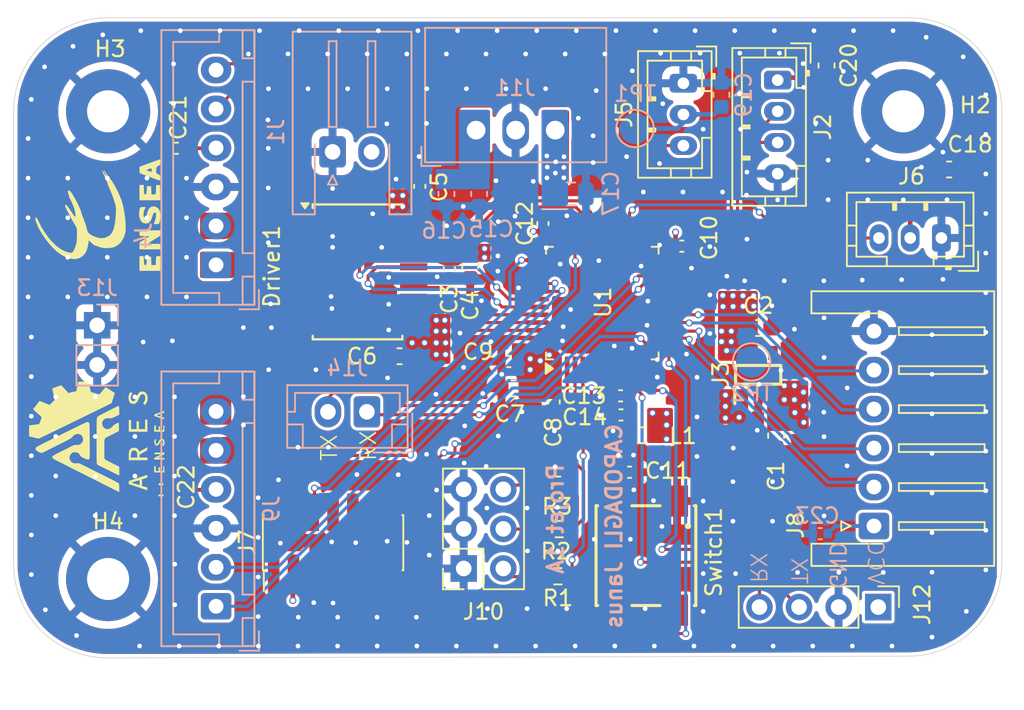
<source format=kicad_pcb>
(kicad_pcb (version 20241229) (generator "pcbnew") (generator_version "9.0")
  (title_block (title "PCB Projet 1A Capodagli Janus") (rev "03/04/2025"))
  (layers (0 "F.Cu" signal) (4 "In1.Cu" signal) (6 "In2.Cu" signal) (2 "B.Cu" signal) (13 "F.Paste" user) (15 "B.Paste" user) (5 "F.SilkS" user "F.Silkscreen") (7 "B.SilkS" user "B.Silkscreen") (1 "F.Mask" user) (3 "B.Mask" user) (25 "Edge.Cuts" user))
  (net 0 "")
  (net 1 "GND")
  (net 2 "+5V")
  (net 3 "+3.3V")
  (net 4 "+12V")
  (net 5 "NRST")
  (net 6 "+3.3VA")
  (net 7 "AIN2")
  (net 8 "BIN2")
  (net 9 "BO2")
  (net 10 "AO1")
  (net 11 "BO1")
  (net 12 "PWMA")
  (net 13 "AIN1")
  (net 14 "BIN1")
  (net 15 "AO2")
  (net 16 "STBY")
  (net 17 "PWMB")
  (net 18 "PWM_Servo2")
  (net 19 "PWM_Servo1")
  (net 21 "SWCLK")
  (net 23 "SWDIO")
  (net 25 "STLINK_TX")
  (net 28 "STLINK_RX")
  (net 29 "IR_2")
  (net 30 "IR_4")
  (net 31 "IR_1")
  (net 32 "IR_3")
  (net 36 "EncoderA2")
  (net 37 "EncoderA1")
  (net 38 "EncoderB2")
  (net 39 "EncoderB1")
  (net 40 "Net-(J10-Pin_4)")
  (net 43 "Net-(J10-Pin_6)")
  (net 44 "Net-(J10-Pin_2)")
  (net 47 "Rasp_TX")
  (net 49 "Rasp_RX")
  (net 50 "LED3")
  (net 51 "LED2")
  (net 52 "LED1")
  (net 53 "HC05_TX")
  (net 54 "TRIG")
  (net 55 "ECHO")
  (net 59 "HC05_RX")
  (footprint "Capacitor_SMD:C_0402_1005Metric" (layer "F.Cu") (at 162.8 88.65)
    (property "Reference" "C10")
    (property "Value" "100n")
  )
  (footprint "Capacitor_SMD:C_0402_1005Metric" (layer "F.Cu") (at 130.38 82.37 180)
    (property "Reference" "C21")
    (property "Value" "100n")
  )
  (footprint "Resistor_SMD:R_0603_1608Metric" (layer "F.Cu") (at 154.85 109.825)
    (property "Reference" "R1")
    (property "Value" "100")
  )
  (footprint "Connector_PinSocket_2.54mm:PinSocket_2x03_P2.54mm_Vertical" (layer "F.Cu") (at 148.81 109.325 180)
    (property "Reference" "J10")
    (property "Value" "Conn_02x03_Odd_Even")
  )
  (footprint "Connector_PinHeader_1.27mm:PinHeader_2x07_P1.27mm_Vertical_SMD" (layer "F.Cu") (at 140.43 107.67 90)
    (property "Reference" "J7")
    (property "Value" "Conn_ST_STDC14")
  )
  (footprint "bouton_Wurth_SMD:430471025826" (layer "F.Cu") (at 160.5 108.5 -90)
    (property "Reference" "Switch1")
    (property "Value" "430471025826")
    (property "VALUE" "430471025826" (hide yes))
  )
  (footprint "Capacitor_SMD:C_0603_1608Metric" (layer "F.Cu") (at 149.225 89.925 -90)
    (property "Reference" "C4")
    (property "Value" "10u")
  )
  (footprint "Capacitor_SMD:C_0402_1005Metric" (layer "F.Cu") (at 147.89 90.11 -90)
    (property "Reference" "C3")
    (property "Value" "100n")
  )
  (footprint "Resistor_SMD:R_0603_1608Metric" (layer "F.Cu") (at 154.94 106.8)
    (property "Reference" "R2")
    (property "Value" "100")
  )
  (footprint "Inductor_SMD:L_0603_1608Metric" (layer "F.Cu") (at 160.25 100.775)
    (property "Reference" "L1")
    (property "Value" "39n")
  )
  (footprint "Capacitor_SMD:C_0402_1005Metric" (layer "F.Cu") (at 159.45 103.15)
    (property "Reference" "C11")
    (property "Value" "10n")
  )
  (footprint "Capacitor_SMD:C_0603_1608Metric" (layer "F.Cu") (at 152.01 97.77 180)
    (property "Reference" "C7")
    (property "Value" "4u7")
  )
  (footprint "Capacitor_SMD:C_0603_1608Metric" (layer "F.Cu") (at 144.69 95.71 180)
    (property "Reference" "C6")
    (property "Value" "10u")
  )
  (footprint "LogoEnsea:LogoEnsea" (layer "F.Cu") (at 125.65 86.65 90)
    (property "Reference" "G***" (hide yes))
    (property "Value" "LOGO" (hide yes))
  )
  (footprint "Capacitor_SMD:C_0402_1005Metric" (layer "F.Cu") (at 151.7 96.05 180)
    (property "Reference" "C9")
    (property "Value" "100n")
  )
  (footprint "MountingHole:MountingHole_2.7mm_M2.5_Pad" (layer "F.Cu") (at 126 80)
    (property "Reference" "H3")
    (property "Value" "MountingHole_Pad")
  )
  (footprint "Capacitor_SMD:C_0402_1005Metric" (layer "F.Cu") (at 158.9 99.475 180)
    (property "Reference" "C14")
    (property "Value" "1u")
  )
  (footprint "Package_QFP:LQFP-48_7x7mm_P0.5mm" (layer "F.Cu") (at 157.7 92.3 90)
    (property "Reference" "U1")
    (property "Value" "STM32L552CCTx")
  )
  (footprint "Connector_JST:JST_XH_S6B-XH-A-1_1x06_P2.50mm_Horizontal" (layer "F.Cu") (at 175.125 106.6 90)
    (property "Reference" "J8")
    (property "Value" "Conn_01x06")
  )
  (footprint "Capacitor_SMD:C_0603_1608Metric_Pad1.08x0.95mm_HandSolder" (layer "F.Cu") (at 168.85 100.8 -90)
    (property "Reference" "C1")
    (property "Value" "1u")
  )
  (footprint "Connector_JST:JST_PH_B3B-PH-K_1x03_P2.00mm_Vertical" (layer "F.Cu") (at 162.9 78.2 -90)
    (property "Reference" "J5")
    (property "Value" "Conn_01x03")
  )
  (footprint "Capacitor_SMD:C_0402_1005Metric" (layer "F.Cu") (at 158.875 98.25 180)
    (property "Reference" "C13")
    (property "Value" "10n")
  )
  (footprint "Connector_PinHeader_2.54mm:PinHeader_1x04_P2.54mm_Vertical" (layer "F.Cu") (at 175.4 111.8 -90)
    (property "Reference" "J12")
    (property "Value" "Conn_01x04")
  )
  (footprint "Capacitor_SMD:C_0603_1608Metric_Pad1.08x0.95mm_HandSolder" (layer "F.Cu") (at 167.7 93.9)
    (property "Reference" "C2")
    (property "Value" "1u")
  )
  (footprint "Capacitor_SMD:C_0603_1608Metric" (layer "F.Cu") (at 179.95 83.73)
    (property "Reference" "C18")
    (property "Value" "10u")
  )
  (footprint "Connector_JST:JST_PH_B3B-PH-K_1x03_P2.00mm_Vertical" (layer "F.Cu") (at 179.45 88.125 180)
    (property "Reference" "J6")
    (property "Value" "Conn_01x03")
  )
  (footprint "Capacitor_SMD:C_0402_1005Metric" (layer "F.Cu") (at 145.99 84.81 90)
    (property "Reference" "C5")
    (property "Value" "100n")
  )
  (footprint "MountingHole:MountingHole_2.7mm_M2.5_Pad" (layer "F.Cu") (at 126 110)
    (property "Reference" "H4")
    (property "Value" "MountingHole_Pad")
  )
  (footprint "Capacitor_SMD:C_0402_1005Metric" (layer "F.Cu") (at 129.39 104.28 180)
    (property "Reference" "C22")
    (property "Value" "100n")
  )
  (footprint "Capacitor_SMD:C_0402_1005Metric" (layer "F.Cu") (at 153.89 87.2 90)
    (property "Reference" "C12")
    (property "Value" "100n")
  )
  (footprint "Package_SO:SSOP-24_5.3x8.2mm_P0.65mm" (layer "F.Cu") (at 142 90.3)
    (property "Reference" "Driver1")
    (property "Value" "TB6612FNG")
  )
  (footprint "Capacitor_SMD:C_0603_1608Metric" (layer "F.Cu") (at 172.08 77.06 -90)
    (property "Reference" "C20")
    (property "Value" "10u")
  )
  (footprint "Capacitor_SMD:C_0402_1005Metric" (layer "F.Cu") (at 154.61 98.64 -90)
    (property "Reference" "C8")
    (property "Value" "100n")
  )
  (footprint "Resistor_SMD:R_0603_1608Metric" (layer "F.Cu") (at 154.775 103.95)
    (property "Reference" "R3")
    (property "Value" "100")
  )
  (footprint "MountingHole:MountingHole_2.7mm_M2.5_Pad" (layer "F.Cu") (at 177 80)
    (property "Reference" "H2")
    (property "Value" "MountingHole_Pad")
  )
  (footprint "LogoAres:logoares" (layer "F.Cu") (at 125.520482 101.034016 90)
    (property "Reference" "G***" (hide yes))
    (property "Value" "LOGO" (hide yes))
  )
  (footprint "Connector_JST:JST_PH_B4B-PH-K_1x04_P2.00mm_Vertical" (layer "F.Cu") (at 168.95 78 -90)
    (property "Reference" "J2")
    (property "Value" "Conn_01x04")
  )
  (footprint "BU33SD5WG-TR:SOT95P280X125-5N" (layer "F.Cu") (at 167.7 96.9 90)
    (property "Reference" "J3")
    (property "Value" "BU33SD5WG-TR")
  )
  (footprint "Capacitor_SMD:C_0603_1608Metric" (layer "B.Cu") (at 149.8 85.3 -90)
    (property "Reference" "C15")
    (property "Value" "10u")
  )
  (footprint "Capacitor_SMD:C_0402_1005Metric" (layer "B.Cu") (at 171.68 107.09 180)
    (property "Reference" "C23")
    (property "Value" "100n")
  )
  (footprint "Capacitor_SMD:C_0603_1608Metric" (layer "B.Cu") (at 147.7 85.3 -90)
    (property "Reference" "C16")
    (property "Value" "10u")
  )
  (footprint "Connector_JST:JST_XH_B6B-XH-A_1x06_P2.50mm_Vertical" (layer "B.Cu") (at 132.925 89.85 90)
    (property "Reference" "J4")
    (property "Value" "Conn_01x06")
  )
  (footprint "Capacitor_SMD:C_0805_2012Metric" (layer "B.Cu") (at 155.7 85.3)
    (property "Reference" "C17")
    (property "Value" "22u")
  )
  (footprint "Connector_PinHeader_2.54mm:PinHeader_1x02_P2.54mm_Vertical" (layer "B.Cu") (at 125.3 93.725 180)
    (property "Reference" "J13")
    (property "Value" "Conn_01x02")
  )
  (footprint "Connector_JST:JST_EH_B2B-EH-A_1x02_P2.50mm_Vertical" (layer "B.Cu") (at 142.6 99.275 180)
    (property "Reference" "J14")
    (property "Value" "Conn_01x02")
  )
  (footprint "TestPoint:TestPoint_Pad_D2.0mm" (layer "B.Cu") (at 167.275 96.075)
    (property "Reference" "TP2")
    (property "Value" "TestPoint")
  )
  (footprint "Connector_JST:JST_XH_B6B-XH-A_1x06_P2.50mm_Vertical" (layer "B.Cu") (at 132.925 111.75 90)
    (property "Reference" "J9")
    (property "Value" "Conn_01x06")
  )
  (footprint "TestPoint:TestPoint_Pad_D2.0mm" (layer "B.Cu") (at 159.8 81.1)
    (property "Reference" "TP1")
    (property "Value" "TestPoint" (hide yes))
  )
  (footprint "Connector_JST:JST_XH_S2B-XH-A-1_1x02_P2.50mm_Horizontal" (layer "B.Cu") (at 140.4 82.6)
    (property "Reference" "J1")
    (property "Value" "Conn_01x02")
  )
  (footprint "Capacitor_SMD:C_0603_1608Metric" (layer "B.Cu") (at 165.34 78.94 90)
    (property "Reference" "C19")
    (property "Value" "10u")
  )
  (footprint "Converter_DCDC:Converter_DCDC_RECOM_R-78B-2.0_THT" (layer "B.Cu") (at 149.6025 81.2075)
    (property "Reference" "J11")
    (property "Value" "R-78B5.0-2.0")
  )
  (gr_line (start 177.375 74) (end 125.942641 74) (stroke (width 0.05)) (layer "Edge.Cuts"))
  (gr_line (start 183.325 108.95) (end 183.325 79.95) (stroke (width 0.05)) (layer "Edge.Cuts"))
  (gr_arc (start 125.942641 115.057359) (mid 121.7 113.3) (end 119.942641 109.057359) (stroke (width 0.05)) (layer "Edge.Cuts"))
  (gr_line (start 125.942641 115.057359) (end 177.325 114.95) (stroke (width 0.05)) (layer "Edge.Cuts"))
  (gr_arc (start 177.375 74) (mid 181.582285 75.742715) (end 183.325 79.95) (stroke (width 0.05)) (layer "Edge.Cuts"))
  (gr_arc (start 119.942641 80) (mid 121.7 75.757359) (end 125.942641 74) (stroke (width 0.05)) (layer "Edge.Cuts"))
  (gr_arc (start 183.325 108.95) (mid 181.567641 113.192641) (end 177.325 114.95) (stroke (width 0.05)) (layer "Edge.Cuts"))
  (gr_line (start 119.942641 80) (end 119.942641 109.057359) (stroke (width 0.05)) (layer "Edge.Cuts"))
  (gr_text "TX\n" (at 140.77 102.5 90) (layer "F.SilkS") (effects (font (size 1 1) (thickness 0.1)) (justify left bottom)))
  (gr_text "RX\n" (at 143.28 102.5 90) (layer "F.SilkS") (effects (font (size 1 1) (thickness 0.1)) (justify left bottom)))
  (gr_text "VCC" (at 174.64 110.45 270) (layer "B.SilkS") (effects (font (size 1 1) (thickness 0.1)) (justify left bottom mirror)))
  (gr_text "Projet 1A\n" (at 155.28 102.52 90) (layer "B.SilkS") (effects (font (size 1 1) (thickness 0.2) (bold yes)) (justify left bottom mirror)))
  (gr_text "CAPODAGLI Janus" (at 159.04 99.93 90) (layer "B.SilkS") (effects (font (size 1 1) (thickness 0.2) (bold yes)) (justify left bottom mirror)))
  (gr_text "RX" (at 167.12 110.33 270) (layer "B.SilkS") (effects (font (size 1 1) (thickness 0.1)) (justify left bottom mirror)))
  (gr_text "GND" (at 172.2 110.73 270) (layer "B.SilkS") (effects (font (size 1 1) (thickness 0.125)) (justify left bottom mirror)))
  (gr_text "TX\n" (at 169.73 110.41 270) (layer "B.SilkS") (effects (font (size 1 1) (thickness 0.1)) (justify left bottom mirror)))
  (via (at 155 89.8) (size 0.45) (drill 0.3) (layers "F.Cu" "B.Cu") (net 1))
  (via (at 120.87 91.905) (size 0.45) (drill 0.3) (layers "F.Cu" "B.Cu") (net 1))
  (via (at 167.64 100.46) (size 0.45) (drill 0.3) (layers "F.Cu" "B.Cu") (net 1))
  (via (at 166.5 78.87) (size 0.45) (drill 0.3) (layers "F.Cu" "B.Cu") (net 1))
  (via (at 147.11 90.61) (size 0.45) (drill 0.3) (layers "F.Cu" "B.Cu") (net 1))
  (via (at 177.01 85.68) (size 0.45) (drill 0.3) (layers "F.Cu" "B.Cu") (net 1))
  (via (at 143.925 97.1) (size 0.45) (drill 0.3) (layers "F.Cu" "B.Cu") (net 1))
  (via (at 139.190744 111.514729) (size 0.45) (drill 0.3) (layers "F.Cu" "B.Cu") (net 1))
  (via (at 140.08 76.32) (size 0.45) (drill 0.3) (layers "F.Cu" "B.Cu") (net 1))
  (via (at 143.55 88.725) (size 0.45) (drill 0.3) (layers "F.Cu" "B.Cu") (net 1))
  (via (at 152.9 108.2) (size 0.45) (drill 0.3) (layers "F.Cu" "B.Cu") (net 1))
  (via (at 127.72 105.935) (size 0.45) (drill 0.3) (layers "F.Cu" "B.Cu") (net 1))
  (via (at 140.4 84.95) (size 0.45) (drill 0.3) (layers "F.Cu" "B.Cu") (net 1))
  (via (at 137.05 107.7) (size 0.45) (drill 0.3) (layers "F.Cu" "B.Cu") (net 1))
  (via (at 135.625 107.33) (size 0.45) (drill 0.3) (layers "F.Cu" "B.Cu") (net 1))
  (via (at 135 76.32) (size 0.45) (drill 0.3) (layers "F.Cu" "B.Cu") (net 1))
  (via (at 120.87 89.365) (size 0.45) (drill 0.3) (layers "F.Cu" "B.Cu") (net 1))
  (via (at 140.35 92.65) (size 0.45) (drill 0.3) (layers "F.Cu" "B.Cu") (net 1))
  (via (at 128.49 84.285) (size 0.45) (drill 0.3) (layers "F.Cu" "B.Cu") (net 1))
  (via (at 157.86 76.32) (size 0.45) (drill 0.3) (layers "F.Cu" "B.Cu") (net 1))
  (via (at 165.415 85.175) (size 0.45) (drill 0.3) (layers "F.Cu" "B.Cu") (net 1))
  (via (at 166.08 106.295) (size 0.45) (drill 0.3) (layers "F.Cu" "B.Cu") (net 1))
  (via (at 150.24 76.32) (size 0.45) (drill 0.3) (layers "F.Cu" "B.Cu") (net 1))
  (via (at 168.62 106.295) (size 0.45) (drill 0.3) (layers "F.Cu" "B.Cu") (net 1))
  (via (at 145.875 74.825) (size 0.45) (drill 0.3) (layers "F.Cu" "B.Cu") (net 1))
  (via (at 165.69 90.58) (size 0.45) (drill 0.3) (layers "F.Cu" "B.Cu") (net 1))
  (via (at 125.95 86.825) (size 0.45) (drill 0.3) (layers "F.Cu" "B.Cu") (net 1))
  (via (at 145.16 76.32) (size 0.45) (drill 0.3) (layers "F.Cu" "B.Cu") (net 1))
  (via (at 136.475 93.875) (size 0.45) (drill 0.3) (layers "F.Cu" "B.Cu") (net 1))
  (via (at 158.5 114.3) (size 0.45) (drill 0.3) (layers "F.Cu" "B.Cu") (net 1))
  (via (at 164.175 105) (size 0.45) (drill 0.3) (layers "F.Cu" "B.Cu") (net 1))
  (via (at 170.225 109.575) (size 0.45) (drill 0.3) (layers "F.Cu" "B.Cu") (net 1))
  (via (at 157.54 99.49) (size 0.45) (drill 0.3) (layers "F.Cu" "B.Cu") (net 1))
  (via (at 178.85 96.865) (size 0.45) (drill 0.3) (layers "F.Cu" "B.Cu") (net 1))
  (via (at 122.64 105.935) (size 0.45) (drill 0.3) (layers "F.Cu" "B.Cu") (net 1))
  (via (at 152.325 91.325) (size 0.45) (drill 0.3) (layers "F.Cu" "B.Cu") (net 1))
  (via (at 159.625 77.4) (size 0.45) (drill 0.3) (layers "F.Cu" "B.Cu") (net 1))
  (via (at 131.03 91.905) (size 0.45) (drill 0.3) (layers "F.Cu" "B.Cu") (net 1))
  (via (at 136.275 82.375) (size 0.45) (drill 0.3) (layers "F.Cu" "B.Cu") (net 1))
  (via (at 182.3 101.795) (size 0.45) (drill 0.3) (layers "F.Cu" "B.Cu") (net 1))
  (via (at 139.325 96.575) (size 0.45) (drill 0.3) (layers "F.Cu" "B.Cu") (net 1))
  (via (at 155.19 93.81) (size 0.45) (drill 0.3) (layers "F.Cu" "B.Cu") (net 1))
  (via (at 161.37 83.35) (size 0.45) (drill 0.3) (layers "F.Cu" "B.Cu") (net 1))
  (via (at 178.85 94.325) (size 0.45) (drill 0.3) (layers "F.Cu" "B.Cu") (net 1))
  (via (at 144.475 84.35) (size 0.45) (drill 0.3) (layers "F.Cu" "B.Cu") (net 1))
  (via (at 125.18 98.315) (size 0.45) (drill 0.3) (layers "F.Cu" "B.Cu") (net 1))
  (via (at 150.335 111.9) (size 0.45) (drill 0.3) (layers "F.Cu" "B.Cu") (net 1))
  (via (at 150.3 105.45) (size 0.45) (drill 0.3) (layers "F.Cu" "B.Cu") (net 1))
  (via (at 148.78 86.1) (size 0.45) (drill 0.3) (layers "F.Cu" "B.Cu") (net 1))
  (via (at 174.375 90.825) (size 0.45) (drill 0.3) (layers "F.Cu" "B.Cu") (net 1))
  (via (at 159.61 95.2) (size 0.45) (drill 0.3) (layers "F.Cu" "B.Cu") (net 1))
  (via (at 173.74 114.3) (size 0.45) (drill 0.3) (layers "F.Cu" "B.Cu") (net 1))
  (via (at 146.6 105.93) (size 0.45) (drill 0.3) (layers "F.Cu" "B.Cu") (net 1))
  (via (at 166.83 90.87) (size 0.45) (drill 0.3) (layers "F.Cu" "B.Cu") (net 1))
  (via (at 150.25 102.775) (size 0.45) (drill 0.3) (layers "F.Cu" "B.Cu") (net 1))
  (via (at 135.625 109.87) (size 0.45) (drill 0.3) (layers "F.Cu" "B.Cu") (net 1))
  (via (at 146.425 80.775) (size 0.45) (drill 0.3) (layers "F.Cu" "B.Cu") (net 1))
  (via (at 155.15 94.725) (size 0.45) (drill 0.3) (layers "F.Cu" "B.Cu") (net 1))
  (via (at 169.37 90.87) (size 0.45) (drill 0.3) (layers "F.Cu" "B.Cu") (net 1))
  (via (at 146.445 78.55) (size 0.45) (drill 0.3) (layers "F.Cu" "B.Cu") (net 1))
  (via (at 163.1 95.575) (size 0.45) (drill 0.3) (layers "F.Cu" "B.Cu") (net 1))
  (via (at 171.91 90.87) (size 0.45) (drill 0.3) (layers "F.Cu" "B.Cu") (net 1))
  (via (at 178.85 113.725) (size 0.45) (drill 0.3) (layers "F.Cu" "B.Cu") (net 1))
  (via (at 160.98 104.97) (size 0.45) (drill 0.3) (layers "F.Cu" "B.Cu") (net 1))
  (via (at 168.66 114.3) (size 0.45) (drill 0.3) (layers "F.Cu" "B.Cu") (net 1))
  (via (at 134.675 98.3) (size 0.45) (drill 0.3) (layers "F.Cu" "B.Cu") (net 1))
  (via (at 136.275 88.425) (size 0.45) (drill 0.3) (layers "F.Cu" "B.Cu") (net 1))
  (via (at 166.57 81.15) (size 0.45) (drill 0.3) (layers "F.Cu" "B.Cu") (net 1))
  (via (at 145.8 114.3) (size 0.45) (drill 0.3) (layers "F.Cu" "B.Cu") (net 1))
  (via (at 152.55 99.275) (size 0.45) (drill 0.3) (layers "F.Cu" "B.Cu") (net 1))
  (via (at 163.58 114.3) (size 0.45) (drill 0.3) (layers "F.Cu" "B.Cu") (net 1))
  (via (at 140.4 88.725) (size 0.45) (drill 0.3) (layers "F.Cu" "B.Cu") (net 1))
  (via (at 152.875 105.45) (size 0.45) (drill 0.3) (layers "F.Cu" "B.Cu") (net 1))
  (via (at 148.985 78.55) (size 0.45) (drill 0.3) (layers "F.Cu" "B.Cu") (net 1))
  (via (at 128.02 114.3) (size 0.45) (drill 0.3) (layers "F.Cu" "B.Cu") (net 1))
  (via (at 141.88 107.67) (size 0.45) (drill 0.3) (layers "F.Cu" "B.Cu") (net 1))
  (via (at 121.075 97.015) (size 0.45) (drill 0.3) (layers "F.Cu" "B.Cu") (net 1))
  (via (at 127.72 100.855) (size 0.45) (drill 0.3) (layers "F.Cu" "B.Cu") (net 1))
  (via (at 143.26 114.3) (size 0.45) (drill 0.3) (layers "F.Cu" "B.Cu") (net 1))
  (via (at 182.3 86.555) (size 0.45) (drill 0.3) (layers "F.Cu" "B.Cu") (net 1))
  (via (at 164.6 91.775) (size 0.45) (drill 0.3) (layers "F.Cu" "B.Cu") (net 1))
  (via (at 128.095 74.825) (size 0.45) (drill 0.3) (layers "F.Cu" "B.Cu") (net 1))
  (via (at 128.25 94.8) (size 0.45) (drill 0.3) (layers "F.Cu" "B.Cu") (net 1))
  (via (at 159.7 102.05) (size 0.45) (drill 0.3) (layers "F.Cu" "B.Cu") (net 1))
  (via (at 121.075 79.235) (size 0.45) (drill 0.3) (layers "F.Cu" "B.Cu") (net 1))
  (via (at 134.675 100.125) (size 0.45) (drill 0.3) (layers "F.Cu" "B.Cu") (net 1))
  (via (at 158.47 95.05) (size 0.45) (drill 0.3) (layers "F.Cu" "B.Cu") (net 1))
  (via (at 155.415 111.9) (size 0.45) (drill 0.3) (layers "F.Cu" "B.Cu") (net 1))
  (via (at 173.4 102.74) (size 0.45) (drill 0.3) (layers "F.Cu" "B.Cu") (net 1))
  (via (at 157.475 91.85) (size 0.45) (drill 0.3) (layers "F.Cu" "B.Cu") (net 1))
  (via (at 130.275 109.05) (size 0.45) (drill 0.3) (layers "F.Cu" "B.Cu") (net 1))
  (via (at 160.19 89.93) (size 0.45) (drill 0.3) (layers "F.Cu" "B.Cu") (net 1))
  (via (at 162.875 85.175) (size 0.45) (drill 0.3) (layers "F.Cu" "B.Cu") (net 1))
  (via (at 140.72 114.3) (size 0.45) (drill 0.3) (layers "F.Cu" "B.Cu") (net 1))
  (via (at 150.03 98.1) (size 0.45) (drill 0.3) (layers "F.Cu" "B.Cu") (net 1))
  (via (at 148.34 114.3) (size 0.45) (drill 0.3) (layers "F.Cu" "B.Cu") (net 1))
  (via (at 120.87 86.825) (size 0.45) (drill 0.3) (layers "F.Cu" "B.Cu") (net 1))
  (via (at 178.17 83.58) (size 0.45) (drill 0.3) (layers "F.Cu" "B.Cu") (net 1))
  (via (at 155.32 76.32) (size 0.45) (drill 0.3) (layers "F.Cu" "B.Cu") (net 1))
  (via (at 157.475 89.575) (size 0.45) (drill 0.3) (layers "F.Cu" "B.Cu") (net 1))
  (via (at 160.625 92.175) (size 0.45) (drill 0.3) (layers "F.Cu" "B.Cu") (net 1))
  (via (at 163.775 102.14) (size 0.45) (drill 0.3) (layers "F.Cu" "B.Cu") (net 1))
  (via (at 158.39 100.5) (size 0.45) (drill 0.3) (layers "F.Cu" "B.Cu") (net 1))
  (via (at 144.61 103.31) (size 0.45) (drill 0.3) (layers "F.Cu" "B.Cu") (net 1))
  (via (at 136.93 103.64) (size 0.45) (drill 0.3) (layers "F.Cu" "B.Cu") (net 1))
  (via (at 168.95 85.68) (size 0.45) (drill 0.3) (layers "F.Cu" "B.Cu") (net 1))
  (via (at 150.55 94.775) (size 0.45) (drill 0.3) (layers "F.Cu" "B.Cu") (net 1))
  (via (at 179.55 90.775) (size 0.45) (drill 0.3) (layers "F.Cu" "B.Cu") (net 1))
  (via (at 161.04 114.3) (size 0.45) (drill 0.3) (layers "F.Cu" "B.Cu") (net 1))
  (via (at 143.335 74.825) (size 0.45) (drill 0.3) (layers "F.Cu" "B.Cu") (net 1))
  (via (at 138.18 114.3) (size 0.45) (drill 0.3) (layers "F.Cu" "B.Cu") (net 1))
  (via (at 166.95 85.375) (size 0.45) (drill 0.3) (layers "F.Cu" "B.Cu") (net 1))
  (via (at 152.875 111.9) (size 0.45) (drill 0.3) (layers "F.Cu" "B.Cu") (net 1))
  (via (at 154.1 88.75) (size 0.45) (drill 0.3) (layers "F.Cu" "B.Cu") (net 1))
  (via (at 163.655 74.825) (size 0.45) (drill 0.3) (layers "F.Cu" "B.Cu") (net 1))
  (via (at 135.625 112.41) (size 0.45) (drill 0.3) (layers "F.Cu" "B.Cu") (net 1))
  (via (at 140.795 74.825) (size 0.45) (drill 0.3) (layers "F.Cu" "B.Cu") (net 1))
  (via (at 151 90.25) (size 0.45) (drill 0.3) (layers "F.Cu" "B.Cu") (net 1))
  (via (at 157.31 78.67) (size 0.45) (drill 0.3) (layers "F.Cu" "B.Cu") (net 1))
  (via (at 125.18 100.855) (size 0.45) (drill 0.3) (layers "F.Cu" "B.Cu") (net 1))
  (via (at 172.19 83.13) (size 0.45) (drill 0.3) (layers "F.Cu" "B.Cu") (net 1))
  (via (at 121.075 109.715) (size 0.45) (drill 0.3) (layers "F.Cu" "B.Cu") (net 1))
  (via (at 178.85 104.485) (size 0.45) (drill 0.3) (layers "F.Cu" "B.Cu") (net 1))
  (via (at 122.64 100.855) (size 0.45) (drill 0.3) (layers "F.Cu" "B.Cu") (net 1))
  (via (at 143.905 78.55) (size 0.45) (drill 0.3) (layers "F.Cu" "B.Cu") (net 1))
  (via (at 136.25 80.55) (size 0.45) (drill 0.3) (layers "F.Cu" "B.Cu") (net 1))
  (via (at 152.1 86.725) (size 0.45) (drill 0.3) (layers "F.Cu" "B.Cu") (net 1))
  (via (at 171.925 95.79) (size 0.45) (drill 0.3) (layers "F.Cu" "B.Cu") (net 1))
  (via (at 136.285 78.55) (size 0.45) (drill 0.3) (layers "F.Cu" "B.Cu") (net 1))
  (via (at 140.125 101.55) (size 0.45) (drill 0.3) (layers "F.Cu" "B.Cu") (net 1))
  (via (at 154.065 78.55) (size 0.45) (drill 0.3) (layers "F.Cu" "B.Cu") (net 1))
  (via (at 164.175 112.075) (size 0.45) (drill 0.3) (layers "F.Cu" "B.Cu") (net 1))
  (via (at 138.255 74.825) (size 0.45) (drill 0.3) (layers "F.Cu" "B.Cu") (net 1))
  (via (at 125.95 89.365) (size 0.45) (drill 0.3) (layers "F.Cu" "B.Cu") (net 1))
  (via (at 131.03 84.285) (size 0.45) (drill 0.3) (layers "F.Cu" "B.Cu") (net 1))
  (via (at 176.28 114.3) (size 0.45) (drill 0.3) (layers "F.Cu" "B.Cu") (net 1))
  (via (at 133.175 74.825) (size 0.45) (drill 0.3) (layers "F.Cu" "B.Cu") (net 1))
  (via (at 156.16 80.44) (size 0.45) (drill 0.3) (layers "F.Cu" "B.Cu") (net 1))
  (via (at 133.1 114.3) (size 0.45) (drill 0.3) (layers "F.Cu" "B.Cu") (net 1))
  (via (at 154.825 105.4) (size 0.45) (drill 0.3) (layers "F.Cu" "B.Cu") (net 1))
  (via (at 173.815 74.825) (size 0.45) (drill 0.3) (layers "F.Cu" "B.Cu") (net 1))
  (via (at 142.62 76.32) (size 0.45) (drill 0.3) (layers "F.Cu" "B.Cu") (net 1))
  (via (at 172.875 109.575) (size 0.45) (drill 0.3) (layers "F.Cu" "B.Cu") (net 1))
  (via (at 120.87 81.745) (size 0.45) (drill 0.3) (layers "F.Cu" "B.Cu") (net 1))
  (via (at 144 92.375) (size 0.45) (drill 0.3) (layers "F.Cu" "B.Cu") (net 1))
  (via (at 178.85 99.405) (size 0.45) (drill 0.3) (layers "F.Cu" "B.Cu") (net 1))
  (via (at 121.075 102.095) (size 0.45) (drill 0.3) (layers "F.Cu" "B.Cu") (net 1))
  (via (at 145.95 82.9) (size 0.45) (drill 0.3) (layers "F.Cu" "B.Cu") (net 1))
  (via (at 147.07 104.29) (size 0.45) (drill 0.3) (layers "F.Cu" "B.Cu") (net 1))
  (via (at 160.335 85.175) (size 0.45) (drill 0.3) (layers "F.Cu" "B.Cu") (net 1))
  (via (at 160.575 93.725) (size 0.45) (drill 0.3) (layers "F.Cu" "B.Cu") (net 1))
  (via (at 142.975 86.575) (size 0.45) (drill 0.3) (layers "F.Cu" "B.Cu") (net 1))
  (via (at 151.525 78.55) (size 0.45) (drill 0.3) (layers "F.Cu" "B.Cu") (net 1))
  (via (at 123.41 86.825) (size 0.45) (drill 0.3) (layers "F.Cu" "B.Cu") (net 1))
  (via (at 121.975 111.975) (size 0.45) (drill 0.3) (layers "F.Cu" "B.Cu") (net 1))
  (via (at 164.6 88.675) (size 0.45) (drill 0.3) (layers "F.Cu" "B.Cu") (net 1))
  (via (at 127.72 103.395) (size 0.45) (drill 0.3) (layers "F.Cu" "B.Cu") (net 1))
  (via (at 161.115 74.825) (size 0.45) (drill 0.3) (layers "F.Cu" "B.Cu") (net 1))
  (via (at 182.3 99.255) (size 0.45) (drill 0.3) (layers "F.Cu" "B.Cu") (net 1))
  (via (at 143.9 107.575) (size 0.45) (drill 0.3) (layers "F.Cu" "B.Cu") (net 1))
  (via (at 125.95 91.905) (size 0.45) (drill 0.3) (layers "F.Cu" "B.Cu") (net 1))
  (via (at 166.975 83.9) (size 0.45) (drill 0.3) (layers "F.Cu" "B.Cu") (net 1))
  (via (at 136.425 92.35) (size 0.45) (drill 0.3) (layers "F.Cu" "B.Cu") (net 1))
  (via (at 135.64 114.3) (size 0.45) (drill 0.3) (layers "F.Cu" "B.Cu") (net 1))
  (via (at 161.225 97.05) (size 0.45) (drill 0.3) (layers "F.Cu" "B.Cu") (net 1))
  (via (at 130.26 98.315) (size 0.45) (drill 0.3) (layers "F.Cu" "B.Cu") (net 1))
  (via (at 123.75 75.83) (size 0.45) (drill 0.3) (layers "F.Cu" "B.Cu") (net 1))
  (via (at 179.81 85.67) (size 0.45) (drill 0.3) (layers "F.Cu" "B.Cu") (net 1))
  (via (at 138.2 112.45) (size 0.45) (drill 0.3) (layers "F.Cu" "B.Cu") (net 1))
  (via (at 125.18 105.935) (size 0.45) (drill 0.3) (layers "F.Cu" "B.Cu") (net 1))
  (via (at 163.42 90.06) (size 0.45) (drill 0.3) (layers "F.Cu" "B.Cu") (net 1))
  (via (at 168.735 74.825) (size 0.45) (drill 0.3) (layers "F.Cu" "B.Cu") (net 1))
  (via (at 130.26 100.855) (size 0.45) (drill 0.3) (layers "F.Cu" "B.Cu") (net 1))
  (via (at 174.73 85.67) (size 0.45) (drill 0.3) (layers "F.Cu" "B.Cu") (net 1))
  (via (at 153.42 114.3) (size 0.45) (drill 0.3) (layers "F.Cu" "B.Cu") (net 1))
  (via (at 166.25 109.65) (size 0.45) (drill 0.3) (layers "F.Cu" "B.Cu") (net 1))
  (via (at 123.41 89.365) (size 0.45) (drill 0.3) (layers "F.Cu" "B.Cu") (net 1))
  (via (at 180.85 76.5) (size 0.45) (drill 0.3) (layers "F.Cu" "B.Cu") (net 1))
  (via (at 161.225 95.925) (size 0.45) (drill 0.3) (layers "F.Cu" "B.Cu") (net 1))
  (via (at 182.3 91.635) (size 0.45) (drill 0.3) (layers "F.Cu" "B.Cu") (net 1))
  (via (at 122.64 98.315) (size 0.45) (drill 0.3) (layers "F.Cu" "B.Cu") (net 1))
  (via (at 171.275 74.825) (size 0.45) (drill 0.3) (layers "F.Cu" "B.Cu") (net 1))
  (via (at 120.87 84.285) (size 0.45) (drill 0.3) (layers "F.Cu" "B.Cu") (net 1))
  (via (at 157.11 81.57) (size 0.45) (drill 0.3) (layers "F.Cu" "B.Cu") (net 1))
  (via (at 148.575 94.225) (size 0.45) (drill 0.3) (layers "F.Cu" "B.Cu") (net 1))
  (via (at 146.43 102) (size 0.45) (drill 0.3) (layers "F.Cu" "B.Cu") (net 1))
  (via (at 140.43 111.54) (size 0.45) (drill 0.3) (layers "F.Cu" "B.Cu") (net 1))
  (via (at 123.975 113.625) (size 0.45) (drill 0.3) (layers "F.Cu" "B.Cu") (net 1))
  (via (at 171.925 105.95) (size 0.45) (drill 0.3) (layers "F.Cu" "B.Cu") (net 1))
  (via (at 121.075 104.635) (size 0.45) (drill 0.3) (layers "F.Cu" "B.Cu") (net 1))
  (via (at 137.54 76.32) (size 0.45) (drill 0.3) (layers "F.Cu" "B.Cu") (net 1))
  (via (at 156.035 74.825) (size 0.45) (drill 0.3) (layers "F.Cu" "B.Cu") (net 1))
  (via (at 163.775 99.6) (size 0.45) (drill 0.3) (layers "F.Cu" "B.Cu") (net 1))
  (via (at 173.41 97.74) (size 0.45) (drill 0.3) (layers "F.Cu" "B.Cu") (net 1))
  (via (at 171.925 93.25) (size 0.45) (drill 0.3) (layers "F.Cu" "B.Cu") (net 1))
  (via (at 121.075 99.555) (size 0.45) (drill 0.3) (layers "F.Cu" "B.Cu") (net 1))
  (via (at 125.95 84.285) (size 0.45) (drill 0.3) (layers "F.Cu" "B.Cu") (net 1))
  (via (at 157.11 83.29) (size 0.45) (drill 0.3) (layers "F.Cu" "B.Cu") (net 1))
  (via (at 182.3 104.335) (size 0.45) (drill 0.3) (layers "F.Cu" "B.Cu") (net 1))
  (via (at 161.44 76.27) (size 0.45) (drill 0.3) (layers "F.Cu" "B.Cu") (net 1))
  (via (at 151.025 100.825) (size 0.45) (drill 0.3) (layers "F.Cu" "B.Cu") (net 1))
  (via (at 159.72 104.28) (size 0.45) (drill 0.3) (layers "F.Cu" "B.Cu") (net 1))
  (via (at 148.875 100.175) (size 0.45) (drill 0.3) (layers "F.Cu" "B.Cu") (net 1))
  (via (at 164.6 94.25) (size 0.45) (drill 0.3) (layers "F.Cu" "B.Cu") (net 1))
  (via (at 178.85 101.945) (size 0.45) (drill 0.3) (layers "F.Cu" "B.Cu") (net 1))
  (via (at 182.3 96.715) (size 0.45) (drill 0.3) (layers "F.Cu" "B.Cu") (net 1))
  (via (at 153.27 84.49) (size 0.45) (drill 0.3) (layers "F.Cu" "B.Cu") (net 1))
  (via (at 169.06 76.27) (size 0.45) (drill 0.3) (layers "F.Cu" "B.Cu") (net 1))
  (via (at 161.375 88.575) (size 0.45) (drill 0.3) (layers "F.Cu" "B.Cu") (net 1))
  (via (at 163.98 76.27) (size 0.45) (drill 0.3) (layers "F.Cu" "B.Cu") (net 1))
  (via (at 164.17 81.15) (size 0.45) (drill 0.3) (layers "F.Cu" "B.Cu") (net 1))
  (via (at 168.575 92.475) (size 0.45) (drill 0.3) (layers "F.Cu" "B.Cu") (net 1))
  (via (at 171.925 100.87) (size 0.45) (drill 0.3) (layers "F.Cu" "B.Cu") (net 1))
  (via (at 130.26 103.395) (size 0.45) (drill 0.3) (layers "F.Cu" "B.Cu") (net 1))
  (via (at 130.125 94.725) (size 0.45) (drill 0.3) (layers "F.Cu" "B.Cu") (net 1))
  (via (at 121.925 77.15) (size 0.45) (drill 0.3) (layers "F.Cu" "B.Cu") (net 1))
  (via (at 170.62 78.46) (size 0.45) (drill 0.3) (layers "F.Cu" "B.Cu") (net 1))
  (via (at 128.49 86.825) (size 0.45) (drill 0.3) (layers "F.Cu" "B.Cu") (net 1))
  (via (at 144 90.65) (size 0.45) (drill 0.3) (layers "F.Cu" "B.Cu") (net 1))
  (via (at 166.52 76.27) (size 0.45) (drill 0.3) (layers "F.Cu" "B.Cu") (net 1))
  (via (at 145.775 112.45) (size 0.45) (drill 0.3) (layers "F.Cu" "B.Cu") (net 1))
  (via (at 169.16 96.62) (size 0.45) (drill 0.3) (layers "F.Cu" "B.Cu") (net 1))
  (via (at 159.26 82.91) (size 0.45) (drill 0.3) (layers "F.Cu" "B.Cu") (net 1))
  (via (at 150.955 74.825) (size 0.45) (drill 0.3) (layers "F.Cu" "B.Cu") (net 1))
  (via (at 161.525 102.89) (size 0.45) (drill 0.3) (layers "F.Cu" "B.Cu") (net 1))
  (via (at 170.58 76.94) (size 0.45) (drill 0.3) (layers "F.Cu" "B.Cu") (net 1))
  (via (at 130.26 105.935) (size 0.45) (drill 0.3) (layers "F.Cu" "B.Cu") (net 1))
  (via (at 147.709454 87.341082) (size 0.45) (drill 0.3) (layers "F.Cu" "B.Cu") (net 1))
  (via (at 182.3 81.475) (size 0.45) (drill 0.3) (layers "F.Cu" "B.Cu") (net 1))
  (via (at 182.3 89.095) (size 0.45) (drill 0.3) (layers "F.Cu" "B.Cu") (net 1))
  (via (at 131.03 89.365) (size 0.45) (drill 0.3) (layers "F.Cu" "B.Cu") (net 1))
  (via (at 175.725 109.575) (size 0.45) (drill 0.3) (layers "F.Cu" "B.Cu") (net 1))
  (via (at 150.88 114.3) (size 0.45) (drill 0.3) (layers "F.Cu" "B.Cu") (net 1))
  (via (at 161.58 79.51) (size 0.45) (drill 0.3) (layers "F.Cu" "B.Cu") (net 1))
  (via (at 178.475 75.25) (size 0.45) (drill 0.3) (layers "F.Cu" "B.Cu") (net 1))
  (via (at 125.66 75.09) (size 0.45) (drill 0.3) (layers "F.Cu" "B.Cu") (net 1))
  (via (at 173.16 77.44) (size 0.45) (drill 0.3) (layers "F.Cu" "B.Cu") (net 1))
  (via (at 149.95 92.15) (size 0.45) (drill 0.3) (layers "F.Cu" "B.Cu") (net 1))
  (via (at 153.495 74.825) (size 0.45) (drill 0.3) (layers "F.Cu" "B.Cu") (net 1))
  (via (at 145.17 107.65) (size 0.45) (drill 0.3) (layers "F.Cu" "B.Cu") (net 1))
  (via (at 166.975 88.2) (size 0.45) (drill 0.3) (layers "F.Cu" "B.Cu") (net 1))
  (via (at 171.91 99.3) (size 0.45) (drill 0.3) (layers "F.Cu" "B.Cu") (net 1))
  (via (at 140.3 91.875) (size 0.45) (drill 0.3) (layers "F.Cu" "B.Cu") (net 1))
  (via (at 157.19 107.45) (size 0.45) (drill 0.3) (layers "F.Cu" "B.Cu") (net 1))
  (via (at 138.175 101.55) (size 0.45) (drill 0.3) (layers "F.Cu" "B.Cu") (net 1))
  (via (at 144 94.025) (size 0.45) (drill 0.3) (layers "F.Cu" "B.Cu") (net 1))
  (via (at 181.05 112.075) (size 0.45) (drill 0.3) (layers "F.Cu" "B.Cu") (net 1))
  (via (at 166.08 103.755) (size 0.45) (drill 0.3) (layers "F.Cu" "B.Cu") (net 1))
  (via (at 147.7 76.32) (size 0.45) (drill 0.3) (layers "F.Cu" "B.Cu") (net 1))
  (via (at 123.41 84.285) (size 0.45) (drill 0.3) (layers "F.Cu" "B.Cu") (net 1))
  (via (at 135.715 74.825) (size 0.45) (drill 0.3) (layers "F.Cu" "B.Cu") (net 1))
  (via (at 172.19 85.67) (size 0.45) (drill 0.3) (layers "F.Cu" "B.Cu") (net 1))
  (via (at 151.25 96.87) (size 0.45) (drill 0.3) (layers "F.Cu" "B.Cu") (net 1))
  (via (at 141.365 78.55) (size 0.45) (drill 0.3) (layers "F.Cu" "B.Cu") (net 1))
  (via (at 154.85 108.2) (size 0.45) (drill 0.3) (layers "F.Cu" "B.Cu") (net 1))
  (via (at 122.64 103.395) (size 0.45) (drill 0.3) (layers "F.Cu" "B.Cu") (net 1))
  (via (at 130.2 79.5) (size 0.45) (drill 0.3) (layers "F.Cu" "B.Cu") (net 1))
  (via (at 121.075 107.175) (size 0.45) (drill 0.3) (layers "F.Cu" "B.Cu") (net 1))
  (via (at 178.85 107.025) (size 0.45) (drill 0.3) (layers "F.Cu" "B.Cu") (net 1))
  (via (at 167.75 97.51) (size 0.45) (drill 0.3) (layers "F.Cu" "B.Cu") (net 1))
  (via (at 130.635 74.825) (size 0.45) (drill 0.3) (layers "F.Cu" "B.Cu") (net 1))
  (via (at 128.49 91.905) (size 0.45) (drill 0.3) (layers "F.Cu" "B.Cu") (net 1))
  (via (at 138.825 78.55) (size 0.45) (drill 0.3) (layers "F.Cu" "B.Cu") (net 1))
  (via (at 174.73 83.13) (size 0.45) (drill 0.3) (layers "F.Cu" "B.Cu") (net 1))
  (via (at 130.2 76.96) (size 0.45) (drill 0.3) (layers "F.Cu" "B.Cu") (net 1))
  (via (at 158.575 74.825) (size 0.45) (drill 0.3) (layers "F.Cu" "B.Cu") (net 1))
  (via (at 176.9 90.8) (size 0.45) (drill 0.3) (layers "F.Cu" "B.Cu") (net 1))
  (via (at 151 89.275) (size 0.45) (drill 0.3) (layers "F.Cu" "B.Cu") (net 1))
  (via (at 168.62 103.755) (size 0.45) (drill 0.3) (layers "F.Cu" "B.Cu") (net 1))
  (via (at 155.67 92.71) (size 0.45) (drill 0.3) (layers "F.Cu" "B.Cu") (net 1))
  (via (at 125.18 103.395) (size 0.45) (drill 0.3) (layers "F.Cu" "B.Cu") (net 1))
  (via (at 154.625 100.5) (size 0.45) (drill 0.3) (layers "F.Cu" "B.Cu") (net 1))
  (via (at 154.675 102.8) (size 0.45) (drill 0.3) (layers "F.Cu" "B.Cu") (net 1))
  (via (at 141.96 103.3) (size 0.45) (drill 0.3) (layers "F.Cu" "B.Cu") (net 1))
  (via (at 146.6 108.47) (size 0.45) (drill 0.3) (layers "F.Cu" "B.Cu") (net 1))
  (via (at 147.025 98.15) (size 0.45) (drill 0.3) (layers "F.Cu" "B.Cu") (net 1))
  (via (at 171.4 80.75) (size 0.45) (drill 0.3) (layers "F.Cu" "B.Cu") (net 1))
  (via (at 152.78 76.32) (size 0.45) (drill 0.3) (layers "F.Cu" "B.Cu") (net 1))
  (via (at 170.025 93.975) (size 0.45) (drill 0.3) (layers "F.Cu" "B.Cu") (net 1))
  (via (at 140.4 88.025) (size 0.45) (drill 0.3) (layers "F.Cu" "B.Cu") (net 1))
  (via (at 121.075 94.475) (size 0.45) (drill 0.3) (layers "F.Cu" "B.Cu") (net 1))
  (via (at 128.49 89.365) (size 0.45) (drill 0.3) (layers "F.Cu" "B.Cu") (net 1))
  (via (at 179.55 82.62) (size 0.45) (drill 0.3) (layers "F.Cu" "B.Cu") (net 1))
  (via (at 182.3 84.015) (size 0.45) (drill 0.3) (layers "F.Cu" "B.Cu") (net 1))
  (via (at 151.025 87.075) (size 0.45) (drill 0.3) (layers "F.Cu" "B.Cu") (net 1))
  (via (at 143.875 80.8) (size 0.45) (drill 0.3) (layers "F.Cu" "B.Cu") (net 1))
  (via (at 136.3 96.575) (size 0.45) (drill 0.3) (layers "F.Cu" "B.Cu") (net 1))
  (via (at 166.1 101.6) (size 0.45) (drill 0.3) (layers "F.Cu" "B.Cu") (net 1))
  (via (at 182.3 94.175) (size 0.45) (drill 0.3) (layers "F.Cu" "B.Cu") (net 1))
  (via (at 182.3 106.875) (size 0.45) (drill 0.3) (layers "F.Cu" "B.Cu") (net 1))
  (via (at 134.675 93.875) (size 0.45) (drill 0.3) (layers "F.Cu" "B.Cu") (net 1))
  (via (at 150.88 84.45) (size 0.45) (drill 0.3) (layers "F.Cu" "B.Cu") (net 1))
  (via (at 178.85 109.565) (size 0.45) (drill 0.3) (layers "F.Cu" "B.Cu") (net 1))
  (via (at 176.355 74.825) (size 0.45) (drill 0.3) (layers "F.Cu" "B.Cu") (net 1))
  (via (at 155.425 86.7) (size 0.45) (drill 0.3) (layers "F.Cu" "B.Cu") (net 1))
  (via (at 166.195 74.825) (size 0.45) (drill 0.3) (layers "F.Cu" "B.Cu") (net 1))
  (via (at 164.175 109.65) (size 0.45) (drill 0.3) (layers "F.Cu" "B.Cu") (net 1))
  (via (at 163.775 97.06) (size 0.45) (drill 0.3) (layers "F.Cu" "B.Cu") (net 1))
  (via (at 158.74 102.05) (size 0.45) (drill 0.3) (layers "F.Cu" "B.Cu") (net 1))
  (via (at 127.72 98.315) (size 0.45) (drill 0.3) (layers "F.Cu" "B.Cu") (net 1))
  (via (at 182.3 109.415) (size 0.45) (drill 0.3) (layers "F.Cu" "B.Cu") (net 1))
  (via (at 136.275 84.915) (size 0.45) (drill 0.3) (layers "F.Cu" "B.Cu") (net 1))
  (via (at 130.275 111.65) (size 0.45) (drill 0.3) (layers "F.Cu" "B.Cu") (net 1))
  (via (at 157.55 98.31) (size 0.45) (drill 0.3) (layers "F.Cu" "B.Cu") (net 1))
  (via (at 182.3 78.935) (size 0.45) (drill 0.3) (layers "F.Cu" "B.Cu") (net 1))
  (via (at 123.41 91.905) (size 0.45) (drill 0.3) (layers "F.Cu" "B.Cu") (net 1))
  (via (at 140.34 107.62) (size 0.45) (drill 0.3) (layers "F.Cu" "B.Cu") (net 1))
  (via (at 160.45 111.9) (size 0.45) (drill 0.3) (layers "F.Cu" "B.Cu") (net 1))
  (via (at 159.5 107.45) (size 0.45) (drill 0.3) (layers "F.Cu" "B.Cu") (net 1))
  (via (at 143.25 112.45) (size 0.45) (drill 0.3) (layers "F.Cu" "B.Cu") (net 1))
  (via (at 148.8 96.425) (size 0.45) (drill 0.3) (layers "F.Cu" "B.Cu") (net 1))
  (via (at 166.12 114.3) (size 0.45) (drill 0.3) (layers "F.Cu" "B.Cu") (net 1))
  (via (at 148.84 102.56) (size 0.45) (drill 0.3) (layers "F.Cu" "B.Cu") (net 1))
  (via (at 131.03 86.825) (size 0.45) (drill 0.3) (layers "F.Cu" "B.Cu") (net 1))
  (via (at 140.725 112.45) (size 0.45) (drill 0.3) (layers "F.Cu" "B.Cu") (net 1))
  (via (at 155.96 114.3) (size 0.45) (drill 0.3) (layers "F.Cu" "B.Cu") (net 1))
  (via (at 161.525 106.625) (size 0.45) (drill 0.3) (layers "F.Cu" "B.Cu") (net 1))
  (via (at 135.625 104.79) (size 0.45) (drill 0.3) (layers "F.Cu" "B.Cu") (net 1))
  (via (at 171.2 114.3) (size 0.45) (drill 0.3) (layers "F.Cu" "B.Cu") (net 1))
  (via (at 130.56 114.3) (size 0.45) (drill 0.3) (layers "F.Cu" "B.Cu") (net 1))
  (via (at 148.415 74.825) (size 0.45) (drill 0.3) (layers "F.Cu" "B.Cu") (net 1))
  (segment (start 177.45 88.125) (end 177.45 86.34) (width 0.3) (layer "F.Cu") (net 2))
  (segment (start 177.45 86.34) (end 179.175 84.615) (width 0.3) (layer "F.Cu") (net 2))
  (segment (start 169.115 77.835) (end 168.95 78) (width 0.3) (layer "F.Cu") (net 2))
  (segment (start 172.08 77.835) (end 169.115 77.835) (width 0.3) (layer "F.Cu") (net 2))
  (segment (start 179.175 84.615) (end 179.175 83.73) (width 0.3) (layer "F.Cu") (net 2))
  (via (at 155.23 83.6) (size 0.45) (drill 0.3) (layers "F.Cu" "B.Cu") (net 2))
  (via (at 165.6 98.2) (size 0.45) (drill 0.3) (layers "F.Cu" "B.Cu") (net 2))
  (via (at 165.6 98.925) (size 0.45) (drill 0.3) (layers "F.Cu" "B.Cu") (net 2))
  (via (at 170.025 98.5) (size 0.45) (drill 0.3) (layers "F.Cu" "B.Cu") (net 2))
  (via (at 170.05 99.325) (size 0.45) (drill 0.3) (layers "F.Cu" "B.Cu") (net 2))
  (via (at 169.375 98.5) (size 0.45) (drill 0.3) (layers "F.Cu" "B.Cu") (net 2))
  (via (at 154.17 83.58) (size 0.45) (drill 0.3) (layers "F.Cu" "B.Cu") (net 2))
  (via (at 154.15 84.27) (size 0.45) (drill 0.3) (layers "F.Cu" "B.Cu") (net 2))
  (via (at 170.60793 98.014965) (size 0.45) (drill 0.3) (layers "F.Cu" "B.Cu") (net 2))
  (via (at 170.025 97.6) (size 0.45) (drill 0.3) (layers "F.Cu" "B.Cu") (net 2))
  (via (at 154.14 82.86) (size 0.45) (drill 0.3) (layers "F.Cu" "B.Cu") (net 2))
  (via (at 170.625 98.9) (size 0.45) (drill 0.3) (layers "F.Cu" "B.Cu") (net 2))
  (via (at 154.69 83.96) (size 0.45) (drill 0.3) (layers "F.Cu" "B.Cu") (net 2))
  (via (at 155.24 82.91) (size 0.45) (drill 0.3) (layers "F.Cu" "B.Cu") (net 2))
  (via (at 165.6 99.675) (size 0.45) (drill 0.3) (layers "F.Cu" "B.Cu") (net 2))
  (via (at 169.375 97.6) (size 0.45) (drill 0.3) (layers "F.Cu" "B.Cu") (net 2))
  (via (at 155.23 84.26) (size 0.45) (drill 0.3) (layers "F.Cu" "B.Cu") (net 2))
  (via (at 170.625 99.95) (size 0.45) (drill 0.3) (layers "F.Cu" "B.Cu") (net 2))
  (via (at 166.475 99.625) (size 0.45) (drill 0.3) (layers "F.Cu" "B.Cu") (net 2))
  (via (at 154.71 83.24) (size 0.45) (drill 0.3) (layers "F.Cu" "B.Cu") (net 2))
  (segment (start 175.125 106.6) (end 172.65 106.6) (width 0.25) (layer "B.Cu") (net 2))
  (segment (start 162.525 81.1) (end 162.925 80.7) (width 0.3) (layer "B.Cu") (net 2))
  (segment (start 159.8 81.1) (end 162.525 81.1) (width 0.3) (layer "B.Cu") (net 2))
  (segment (start 164.855 80.2) (end 165.34 79.715) (width 0.3) (layer "B.Cu") (net 2))
  (segment (start 172.65 106.6) (end 172.16 107.09) (width 0.25) (layer "B.Cu") (net 2))
  (segment (start 162.9 80.2) (end 164.855 80.2) (width 0.3) (layer "B.Cu") (net 2))
  (segment (start 153.87 87.7) (end 153.89 87.68) (width 0.3) (layer "F.Cu") (net 3))
  (segment (start 129.87 104.28) (end 132.895 104.28) (width 0.25) (layer "F.Cu") (net 3))
  (segment (start 132.895 104.28) (end 132.925 104.25) (width 0.25) (layer "F.Cu") (net 3))
  (segment (start 130.86 82.37) (end 132.905 82.37) (width 0.25) (layer "F.Cu") (net 3))
  (segment (start 162.4 87.75) (end 162.4 88.57) (width 0.3) (layer "F.Cu") (net 3))
  (segment (start 137.85 109.66) (end 137.89 109.62) (width 0.3) (layer "F.Cu") (net 3))
  (segment (start 153.275 87.7) (end 153.87 87.7) (width 0.3) (layer "F.Cu") (net 3))
  (segment (start 132.905 82.37) (end 132.925 82.35) (width 0.25) (layer "F.Cu") (net 3))
  (segment (start 162.4 88.57) (end 162.32 88.65) (width 0.3) (layer "F.Cu") (net 3))
  (segment (start 137.85 111.38) (end 137.85 109.66) (width 0.3) (layer "F.Cu") (net 3))
  (via (at 161.825 101.025) (size 0.45) (drill 0.3) (layers "F.Cu" "B.Cu") (net 3))
  (via (at 153.075 95.875) (size 0.45) (drill 0.3) (layers "F.Cu" "B.Cu") (net 3))
  (via (at 166.09 92.52) (size 0.45) (drill 0.3) (layers "F.Cu" "B.Cu") (net 3))
  (via (at 137.85 111.38) (size 0.45) (drill 0.3) (layers "F.Cu" "B.Cu") (net 3))
  (via (at 150.15 89.375) (size 0.45) (drill 0.3) (layers "F.Cu" "B.Cu") (net 3))
  (via (at 165.35 94.775) (size 0.45) (drill 0.3) (layers "F.Cu" "B.Cu") (net 3))
  (via (at 166.72 91.83) (size 0.45) (drill 0.3) (layers "F.Cu" "B.Cu") (net 3))
  (via (at 166.08 91.83) (size 0.45) (drill 0.3) (layers "F.Cu" "B.Cu") (net 3))
  (via (at 165.675 95.35) (size 0.45) (drill 0.3) (layers "F.Cu" "B.Cu") (net 3))
  (via (at 153.075 96.575) (size 0.45) (drill 0.3) (layers "F.Cu" "B.Cu") (net 3))
  (via (at 161.825 100.125) (size 0.45) (drill 0.3) (layers "F.Cu" "B.Cu") (net 3))
  (via (at 167.41 91.83) (size 0.45) (drill 0.3) (layers "F.Cu" "B.Cu") (net 3))
  (via (at 165.975 94.775) (size 0.45) (drill 0.3) (layers "F.Cu" "B.Cu") (net 3))
  (via (at 153.725 96) (size 0.45) (drill 0.3) (layers "F.Cu" "B.Cu") (net 3))
  (via (at 154.3 95.625) (size 0.45) (drill 0.3) (layers "F.Cu" "B.Cu") (net 3))
  (via (at 165.44 92.525) (size 0.45) (drill 0.3) (layers "F.Cu" "B.Cu") (net 3))
  (via (at 153.275 87.7) (size 0.45) (drill 0.3) (layers "F.Cu" "B.Cu") (net 3))
  (via (at 161.825 99.375) (size 0.45) (drill 0.3) (layers "F.Cu" "B.Cu") (net 3))
  (via (at 162.4 87.75) (size 0.45) (drill 0.3) (layers "F.Cu" "B.Cu") (net 3))
  (via (at 165.35 94.1) (size 0.45) (drill 0.3) (layers "F.Cu" "B.Cu") (net 3))
  (via (at 167.42 92.5) (size 0.45) (drill 0.3) (layers "F.Cu" "B.Cu") (net 3))
  (via (at 150.15 88.8) (size 0.45) (drill 0.3) (layers "F.Cu" "B.Cu") (net 3))
  (via (at 165.43 91.81) (size 0.45) (drill 0.3) (layers "F.Cu" "B.Cu") (net 3))
  (via (at 160.925 99.35) (size 0.45) (drill 0.3) (layers "F.Cu" "B.Cu") (net 3))
  (via (at 165.975 94.1) (size 0.45) (drill 0.3) (layers "F.Cu" "B.Cu") (net 3))
  (via (at 166.73 92.51) (size 0.45) (drill 0.3) (layers "F.Cu" "B.Cu") (net 3))
  (segment (start 166.55 95.35) (end 167.275 96.075) (width 0.3) (layer "B.Cu") (net 3))
  (segment (start 165.675 95.35) (end 166.55 95.35) (width 0.3) (layer "B.Cu") (net 3))
  (via (at 144.9 85.4) (size 0.45) (drill 0.3) (layers "F.Cu" "B.Cu") (net 4))
  (via (at 147.65 94.85) (size 0.45) (drill 0.3) (layers "F.Cu" "B.Cu") (net 4))
  (via (at 147.05 94.1) (size 0.45) (drill 0.3) (layers "F.Cu" "B.Cu") (net 4))
  (via (at 147.6 94.1) (size 0.45) (drill 0.3) (layers "F.Cu" "B.Cu") (net 4))
  (via (at 144.25 86.1) (size 0.45) (drill 0.3) (layers "F.Cu" "B.Cu") (net 4))
  (via (at 144.25 85.4) (size 0.45) (drill 0.3) (layers "F.Cu" "B.Cu") (net 4))
  (via (at 147.65 95.6) (size 0.45) (drill 0.3) (layers "F.Cu" "B.Cu") (net 4))
  (via (at 147.05 95.6) (size 0.45) (drill 0.3) (layers "F.Cu" "B.Cu") (net 4))
  (via (at 147.6 93.4) (size 0.45) (drill 0.3) (layers "F.Cu" "B.Cu") (net 4))
  (via (at 146.3 94.85) (size 0.45) (drill 0.3) (layers "F.Cu" "B.Cu") (net 4))
  (via (at 147.05 94.85) (size 0.45) (drill 0.3) (layers "F.Cu" "B.Cu") (net 4))
  (via (at 147.05 93.4) (size 0.45) (drill 0.3) (layers "F.Cu" "B.Cu") (net 4))
  (via (at 144.9 86.1) (size 0.45) (drill 0.3) (layers "F.Cu" "B.Cu") (net 4))
  (via (at 145.5 94.85) (size 0.45) (drill 0.3) (layers "F.Cu" "B.Cu") (net 4))
  (segment (start 147.548768 101.898768) (end 145.307536 104.14) (width 0.2) (layer "F.Cu") (net 5))
  (segment (start 157 97.74102) (end 157 101.35) (width 0.2) (layer "F.Cu") (net 5))
  (segment (start 157 97.74102) (end 157.60898 97.74102) (width 0.2) (layer "F.Cu") (net 5))
  (segment (start 157.95 97.4) (end 157.95 96.4625) (width 0.2) (layer "F.Cu") (net 5))
  (segment (start 157 101.35) (end 158.8 103.15) (width 0.2) (layer "F.Cu") (net 5))
  (segment (start 143.41 104.14) (end 142.97 104.58) (width 0.2) (layer "F.Cu") (net 5))
  (segment (start 158.8 103.15) (end 158.97 103.15) (width 0.2) (layer "F.Cu") (net 5))
  (segment (start 142.97 104.58) (end 142.97 105.72) (width 0.2) (layer "F.Cu") (net 5))
  (segment (start 158.5 105) (end 158.5 103.62) (width 0.2) (layer "F.Cu") (net 5))
  (segment (start 145.307536 104.14) (end 143.41 104.14) (width 0.2) (layer "F.Cu") (net 5))
  (segment (start 158.5 103.62) (end 158.97 103.15) (width 0.2) (layer "F.Cu") (net 5))
  (segment (start 157.60898 97.74102) (end 157.95 97.4) (width 0.2) (layer "F.Cu") (net 5))
  (via (at 157 97.74102) (size 0.45) (drill 0.3) (layers "F.Cu" "B.Cu") (net 5))
  (via (at 147.548768 101.898768) (size 0.45) (drill 0.3) (layers "F.Cu" "B.Cu") (net 5))
  (segment (start 152.2901 98.552) (end 153.9947 98.552) (width 0.2) (layer "B.Cu") (net 5))
  (segment (start 147.548768 101.898768) (end 147.575 101.925) (width 0.2) (layer "B.Cu") (net 5))
  (segment (start 147.575 101.925) (end 148.9171 101.925) (width 0.2) (layer "B.Cu") (net 5))
  (segment (start 148.9171 101.925) (end 152.2901 98.552) (width 0.2) (layer "B.Cu") (net 5))
  (segment (start 154.80568 97.74102) (end 157 97.74102) (width 0.2) (layer "B.Cu") (net 5))
  (segment (start 153.9947 98.552) (end 154.80568 97.74102) (width 0.2) (layer "B.Cu") (net 5))
  (segment (start 156.95 86.475) (end 156.95 88.1375) (width 0.2) (layer "F.Cu") (net 7))
  (segment (start 150.84479 85.738) (end 156.213 85.738) (width 0.2) (layer "F.Cu") (net 7))
  (segment (start 156.213 85.738) (end 156.95 86.475) (width 0.2) (layer "F.Cu") (net 7))
  (segment (start 148.55779 88.025) (end 150.84479 85.738) (width 0.2) (layer "F.Cu") (net 7))
  (segment (start 145.6 88.025) (end 148.55779 88.025) (width 0.2) (layer "F.Cu") (net 7))
  (segment (start 149.7 93.55) (end 153.5375 93.55) (width 0.2) (layer "F.Cu") (net 8))
  (segment (start 145.6 91.925) (end 148.075 91.925) (width 0.2) (layer "F.Cu") (net 8))
  (segment (start 148.075 91.925) (end 149.7 93.55) (width 0.2) (layer "F.Cu") (net 8))
  (segment (start 143.25 87.375) (end 145.6 87.375) (width 0.2) (layer "F.Cu") (net 12))
  (segment (start 151.7 92.05) (end 153.5375 92.05) (width 0.2) (layer "F.Cu") (net 12))
  (segment (start 150.925 91.275) (end 151.7 92.05) (width 0.2) (layer "F.Cu") (net 12))
  (segment (start 142.125 88.5) (end 143.25 87.375) (width 0.2) (layer "F.Cu") (net 12))
  (segment (start 142.125 90.488915) (end 142.125 88.5) (width 0.2) (layer "F.Cu") (net 12))
  (segment (start 142.151162 90.515077) (end 142.125 90.488915) (width 0.2) (layer "F.Cu") (net 12))
  (via (at 150.925 91.275) (size 0.45) (drill 0.3) (layers "F.Cu" "B.Cu") (net 12))
  (via (at 142.151162 90.515077) (size 0.45) (drill 0.3) (layers "F.Cu" "B.Cu") (net 12))
  (segment (start 149.67 90.02) (end 150.925 91.275) (width 0.2) (layer "B.Cu") (net 12))
  (segment (start 142.151162 90.515077) (end 142.646239 90.02) (width 0.2) (layer "B.Cu") (net 12))
  (segment (start 142.646239 90.02) (end 149.67 90.02) (width 0.2) (layer "B.Cu") (net 12))
  (segment (start 155.989 86.139) (end 156.45 86.6) (width 0.2) (layer "F.Cu") (net 13))
  (segment (start 156.45 86.6) (end 156.45 88.1375) (width 0.2) (layer "F.Cu") (net 13))
  (segment (start 151.01089 86.139) (end 155.989 86.139) (width 0.2) (layer "F.Cu") (net 13))
  (segment (start 145.6 88.675) (end 148.47489 88.675) (width 0.2) (layer "F.Cu") (net 13))
  (segment (start 148.47489 88.675) (end 151.01089 86.139) (width 0.2) (layer "F.Cu") (net 13))
  (segment (start 148.025 91.3) (end 149.775 93.05) (width 0.2) (layer "F.Cu") (net 14))
  (segment (start 145.6 91.275) (end 145.625 91.3) (width 0.2) (layer "F.Cu") (net 14))
  (segment (start 145.625 91.3) (end 148.025 91.3) (width 0.2) (layer "F.Cu") (net 14))
  (segment (start 149.775 93.05) (end 153.5375 93.05) (width 0.2) (layer "F.Cu") (net 14))
  (segment (start 151.275 92.55) (end 153.5375 92.55) (width 0.2) (layer "F.Cu") (net 16))
  (segment (start 142.675 91.05) (end 142.675 90.55) (width 0.2) (layer "F.Cu") (net 16))
  (segment (start 143.25 89.975) (end 145.6 89.975) (width 0.2) (layer "F.Cu") (net 16))
  (segment (start 142.675 90.55) (end 143.25 89.975) (width 0.2) (layer "F.Cu") (net 16))
  (segment (start 150.95 92.225) (end 151.275 92.55) (width 0.2) (layer "F.Cu") (net 16))
  (via (at 150.95 92.225) (size 0.45) (drill 0.3) (layers "F.Cu" "B.Cu") (net 16))
  (via (at 142.675 91.05) (size 0.45) (drill 0.3) (layers "F.Cu" "B.Cu") (net 16))
  (segment (start 142.675 91.05) (end 143.05 91.425) (width 0.2) (layer "B.Cu") (net 16))
  (segment (start 143.05 91.425) (end 150.15 91.425) (width 0.2) (layer "B.Cu") (net 16))
  (segment (start 150.15 91.425) (end 150.95 92.225) (width 0.2) (layer "B.Cu") (net 16))
  (segment (start 148.05 92.575) (end 149.525 94.05) (width 0.2) (layer "F.Cu") (net 17))
  (segment (start 149.525 94.05) (end 153.5375 94.05) (width 0.2) (layer "F.Cu") (net 17))
  (segment (start 145.6 92.575) (end 148.05 92.575) (width 0.2) (layer "F.Cu") (net 17))
  (segment (start 160.95 82.2) (end 162.9 82.2) (width 0.2) (layer "F.Cu") (net 18))
  (segment (start 158.95 88.1375) (end 158.95 84.2) (width 0.2) (layer "F.Cu") (net 18))
  (segment (start 158.95 84.2) (end 160.95 82.2) (width 0.2) (layer "F.Cu") (net 18))
  (segment (start 167.775 86.475) (end 169.425 88.125) (width 0.2) (layer "F.Cu") (net 19))
  (segment (start 159.625 86.325) (end 159.45 86.5) (width 0.2) (layer "F.Cu") (net 19))
  (segment (start 169.425 88.125) (end 175.45 88.125) (width 0.2) (layer "F.Cu") (net 19))
  (segment (start 159.45 86.5) (end 159.45 88.1375) (width 0.2) (layer "F.Cu") (net 19))
  (via (at 167.775 86.475) (size 0.45) (drill 0.3) (layers "F.Cu" "B.Cu") (net 19))
  (via (at 159.625 86.325) (size 0.45) (drill 0.3) (layers "F.Cu" "B.Cu") (net 19))
  (segment (start 167.3 86) (end 159.95 86) (width 0.2) (layer "B.Cu") (net 19))
  (segment (start 167.775 86.475) (end 167.3 86) (width 0.2) (layer "B.Cu") (net 19))
  (segment (start 159.95 86) (end 159.625 86.325) (width 0.2) (layer "B.Cu") (net 19))
  (segment (start 139.24 105.64) (end 139.16 105.72) (width 0.2) (layer "F.Cu") (net 21))
  (segment (start 139.24 104.17) (end 139.24 105.64) (width 0.2) (layer "F.Cu") (net 21))
  (segment (start 152.525 89.55) (end 153.5375 89.55) (width 0.2) (layer "F.Cu") (net 21))
  (via (at 139.24 104.17) (size 0.45) (drill 0.3) (layers "F.Cu" "B.Cu") (net 21))
  (via (at 152.525 89.55) (size 0.45) (drill 0.3) (layers "F.Cu" "B.Cu") (net 21))
  (segment (start 140.095 104.17) (end 151.775 92.49) (width 0.2) (layer "B.Cu") (net 21))
  (segment (start 151.775 90.3) (end 152.525 89.55) (width 0.2) (layer "B.Cu") (net 21))
  (segment (start 139.24 104.17) (end 140.095 104.17) (width 0.2) (layer "B.Cu") (net 21))
  (segment (start 151.775 92.49) (end 151.775 90.3) (width 0.2) (layer "B.Cu") (net 21))
  (segment (start 145.396232 102.046232) (end 145.366464 102.076) (width 0.2) (layer "F.Cu") (net 23))
  (segment (start 137.89 103.57) (end 137.89 105.72) (width 0.2) (layer "F.Cu") (net 23))
  (segment (start 139.384 102.076) (end 137.89 103.57) (width 0.2) (layer "F.Cu") (net 23))
  (segment (start 155.975 89.6) (end 155.975 89.5) (width 0.2) (layer "F.Cu") (net 23))
  (segment (start 145.366464 102.076) (end 139.384 102.076) (width 0.2) (layer "F.Cu") (net 23))
  (segment (start 155.95 89.475) (end 155.95 88.1375) (width 0.2) (layer "F.Cu") (net 23))
  (segment (start 155.975 89.5) (end 155.95 89.475) (width 0.2) (layer "F.Cu") (net 23))
  (via (at 155.975 89.6) (size 0.45) (drill 0.3) (layers "F.Cu" "B.Cu") (net 23))
  (via (at 145.396232 102.046232) (size 0.45) (drill 0.3) (layers "F.Cu" "B.Cu") (net 23))
  (segment (start 155.975 91.395) (end 155.975 89.6) (width 0.2) (layer "B.Cu") (net 23))
  (segment (start 145.396232 102.046232) (end 145.396232 101.973768) (width 0.2) (layer "B.Cu") (net 23))
  (segment (start 145.396232 101.973768) (end 155.975 91.395) (width 0.2) (layer "B.Cu") (net 23))
  (segment (start 148.25 101.325) (end 148.25 101.94) (width 0.2) (layer "F.Cu") (net 25))
  (segment (start 160.175 94.575) (end 160.45 94.85) (width 0.2) (layer "F.Cu") (net 25))
  (segment (start 144.47 105.72) (end 144.24 105.72) (width 0.2) (layer "F.Cu") (net 25))
  (segment (start 148.25 101.94) (end 144.47 105.72) (width 0.2) (layer "F.Cu") (net 25))
  (segment (start 160.45 94.85) (end 160.45 96.4625) (width 0.2) (layer "F.Cu") (net 25))
  (via (at 160.175 94.575) (size 0.45) (drill 0.3) (layers "F.Cu" "B.Cu") (net 25))
  (via (at 148.25 101.325) (size 0.45) (drill 0.3) (layers "F.Cu" "B.Cu") (net 25))
  (segment (start 152.124 98.151) (end 148.95 101.325) (width 0.2) (layer "B.Cu") (net 25))
  (segment (start 153.8286 98.151) (end 153.4964 98.151) (width 0.2) (layer "B.Cu") (net 25))
  (segment (start 160.05 94.45) (end 157.5296 94.45) (width 0.2) (layer "B.Cu") (net 25))
  (segment (start 154.0635 97.9161) (end 153.8286 98.151) (width 0.2) (layer "B.Cu") (net 25))
  (segment (start 153.4964 98.151) (end 152.124 98.151) (width 0.2) (layer "B.Cu") (net 25))
  (segment (start 160.175 94.575) (end 160.05 94.45) (width 0.2) (layer "B.Cu") (net 25))
  (segment (start 157.5296 94.45) (end 154.0635 97.9161) (width 0.2) (layer "B.Cu") (net 25))
  (segment (start 148.95 101.325) (end 148.25 101.325) (width 0.2) (layer "B.Cu") (net 25))
  (segment (start 163.049998 113.5) (end 148.21 113.5) (width 0.2) (layer "F.Cu") (net 28))
  (segment (start 148.21 113.5) (end 144.33 109.62) (width 0.2) (layer "F.Cu") (net 28))
  (segment (start 144.33 109.62) (end 144.24 109.62) (width 0.2) (layer "F.Cu") (net 28))
  (segment (start 161.975 96.175) (end 161.975 95.1625) (width 0.2) (layer "F.Cu") (net 28))
  (segment (start 163.05 113.500002) (end 163.049998 113.5) (width 0.2) (layer "F.Cu") (net 28))
  (segment (start 161.975 95.1625) (end 161.8625 95.05) (width 0.2) (layer "F.Cu") (net 28))
  (via (at 163.05 113.500002) (size 0.45) (drill 0.3) (layers "F.Cu" "B.Cu") (net 28))
  (via (at 161.975 96.175) (size 0.45) (drill 0.3) (layers "F.Cu" "B.Cu") (net 28))
  (segment (start 163.05 113.500002) (end 163.05 97.25) (width 0.2) (layer "B.Cu") (net 28))
  (segment (start 163.05 97.25) (end 161.975 96.175) (width 0.2) (layer "B.Cu") (net 28))
  (segment (start 163.9 94.1) (end 161.9125 94.1) (width 0.2) (layer "F.Cu") (net 29))
  (segment (start 161.9125 94.1) (end 161.8625 94.05) (width 0.2) (layer "F.Cu") (net 29))
  (via (at 163.9 94.1) (size 0.45) (drill 0.3) (layers "F.Cu" "B.Cu") (net 29))
  (segment (start 163.875 94.9329) (end 170.5921 101.65) (width 0.2) (layer "B.Cu") (net 29))
  (segment (start 170.5921 101.65) (end 175.075 101.65) (width 0.2) (layer "B.Cu") (net 29))
  (segment (start 163.9 94.1) (end 163.875 94.125) (width 0.2) (layer "B.Cu") (net 29))
  (segment (start 163.875 94.125) (end 163.875 94.9329) (width 0.2) (layer "B.Cu") (net 29))
  (segment (start 175.075 101.65) (end 175.125 101.6) (width 0.2) (layer "B.Cu") (net 29))
  (segment (start 163.85 93.05) (end 161.8625 93.05) (width 0.2) (layer "F.Cu") (net 30))
  (via (at 163.85 93.05) (size 0.45) (drill 0.3) (layers "F.Cu" "B.Cu") (net 30))
  (segment (start 163.85 93.05) (end 167.7 93.05) (width 0.2) (layer "B.Cu") (net 30))
  (segment (start 171.3 96.65) (end 175.075 96.65) (width 0.2) (layer "B.Cu") (net 30))
  (segment (start 167.7 93.05) (end 171.3 96.65) (width 0.2) (layer "B.Cu") (net 30))
  (segment (start 175.075 96.65) (end 175.125 96.6) (width 0.2) (layer "B.Cu") (net 30))
  (segment (start 163.2 94.55) (end 161.8625 94.55) (width 0.2) (layer "F.Cu") (net 31))
  (segment (start 163.275 94.625) (end 163.2 94.55) (width 0.2) (layer "F.Cu") (net 31))
  (via (at 163.275 94.625) (size 0.45) (drill 0.3) (layers "F.Cu" "B.Cu") (net 31))
  (segment (start 174.825 103.8) (end 175.125 104.1) (width 0.2) (layer "B.Cu") (net 31))
  (segment (start 163.275 94.625) (end 163.275 94.9) (width 0.2) (layer "B.Cu") (net 31))
  (segment (start 172.175 103.8) (end 174.825 103.8) (width 0.2) (layer "B.Cu") (net 31))
  (segment (start 163.275 94.9) (end 172.175 103.8) (width 0.2) (layer "B.Cu") (net 31))
  (segment (start 163.225 93.575) (end 163.2 93.55) (width 0.2) (layer "F.Cu") (net 32))
  (segment (start 163.2 93.55) (end 161.8625 93.55) (width 0.2) (layer "F.Cu") (net 32))
  (segment (start 163.275 93.575) (end 163.225 93.575) (width 0.2) (layer "F.Cu") (net 32))
  (via (at 163.275 93.575) (size 0.45) (drill 0.3) (layers "F.Cu" "B.Cu") (net 32))
  (segment (start 173.050835 99.15) (end 175.075 99.15) (width 0.2) (layer "B.Cu") (net 32))
  (segment (start 167.475835 93.575) (end 173.050835 99.15) (width 0.2) (layer "B.Cu") (net 32))
  (segment (start 163.275 93.575) (end 167.475835 93.575) (width 0.2) (layer "B.Cu") (net 32))
  (segment (start 175.075 99.15) (end 175.125 99.1) (width 0.2) (layer "B.Cu") (net 32))
  (segment (start 157.95 88.1375) (end 157.95 81.28) (width 0.2) (layer "F.Cu") (net 36))
  (segment (start 157.95 81.28) (end 154.17 77.5) (width 0.2) (layer "F.Cu") (net 36))
  (segment (start 154.17 77.5) (end 135.275 77.5) (width 0.2) (layer "F.Cu") (net 36))
  (segment (start 135.275 77.5) (end 132.925 79.85) (width 0.2) (layer "F.Cu") (net 36))
  (segment (start 132.925 77.35) (end 133.325 76.95) (width 0.2) (layer "F.Cu") (net 37))
  (segment (start 133.325 76.95) (end 154.22 76.95) (width 0.2) (layer "F.Cu") (net 37))
  (segment (start 158.45 81.18) (end 158.45 88.1375) (width 0.2) (layer "F.Cu") (net 37))
  (segment (start 154.22 76.95) (end 158.45 81.18) (width 0.2) (layer "F.Cu") (net 37))
  (segment (start 155.115211 91.49143) (end 155.056641 91.55) (width 0.2) (layer "F.Cu") (net 38))
  (segment (start 155.056641 91.55) (end 153.5375 91.55) (width 0.2) (layer "F.Cu") (net 38))
  (via (at 155.115211 91.49143) (size 0.45) (drill 0.3) (layers "F.Cu" "B.Cu") (net 38))
  (segment (start 155.115211 91.49143) (end 155.115211 91.584789) (width 0.2) (layer "B.Cu") (net 38))
  (segment (start 134.95 111.75) (end 132.925 111.75) (width 0.2) (layer "B.Cu") (net 38))
  (segment (start 155.115211 91.584789) (end 134.95 111.75) (width 0.2) (layer "B.Cu") (net 38))
  (segment (start 154.6375 91.05) (end 153.5375 91.05) (width 0.2) (layer "F.Cu") (net 39))
  (segment (start 154.6625 91.025) (end 154.6375 91.05) (width 0.2) (layer "F.Cu") (net 39))
  (via (at 154.6625 91.025) (size 0.45) (drill 0.3) (layers "F.Cu" "B.Cu") (net 39))
  (segment (start 154.589211 91.273553) (end 154.589211 91.543689) (width 0.2) (layer "B.Cu") (net 39))
  (segment (start 154.589211 91.543689) (end 136.8829 109.25) (width 0.2) (layer "B.Cu") (net 39))
  (segment (start 154.6625 91.025) (end 154.6625 91.200264) (width 0.2) (layer "B.Cu") (net 39))
  (segment (start 154.6625 91.200264) (end 154.589211 91.273553) (width 0.2) (layer "B.Cu") (net 39))
  (segment (start 136.8829 109.25) (end 132.925 109.25) (width 0.2) (layer "B.Cu") (net 39))
  (segment (start 154.115 106.8) (end 151.365 106.8) (width 0.2) (layer "F.Cu") (net 40))
  (segment (start 151.365 106.8) (end 151.35 106.785) (width 0.2) (layer "F.Cu") (net 40))
  (segment (start 151.62 103.975) (end 151.35 104.245) (width 0.2) (layer "F.Cu") (net 43))
  (segment (start 153.925 103.975) (end 151.62 103.975) (width 0.2) (layer "F.Cu") (net 43))
  (segment (start 153.95 103.95) (end 153.925 103.975) (width 0.2) (layer "F.Cu") (net 43))
  (segment (start 154 109.85) (end 151.875 109.85) (width 0.2) (layer "F.Cu") (net 44))
  (segment (start 151.875 109.85) (end 151.35 109.325) (width 0.2) (layer "F.Cu") (net 44))
  (segment (start 154.025 109.825) (end 154 109.85) (width 0.2) (layer "F.Cu") (net 44))
  (segment (start 159.881156 90.775906) (end 159.881156 90.695756) (width 0.2) (layer "F.Cu") (net 47))
  (segment (start 144.725 98.875) (end 143.7 97.85) (width 0.2) (layer "F.Cu") (net 47))
  (segment (start 143.7 97.85) (end 140.65 97.85) (width 0.2) (layer "F.Cu") (net 47))
  (segment (start 159.881156 90.695756) (end 160.026912 90.55) (width 0.2) (layer "F.Cu") (net 47))
  (segment (start 140.05 99.225) (end 140.1 99.275) (width 0.2) (layer "F.Cu") (net 47))
  (segment (start 140.65 97.85) (end 140.05 98.45) (width 0.2) (layer "F.Cu") (net 47))
  (segment (start 150.075 98.875) (end 144.725 98.875) (width 0.2) (layer "F.Cu") (net 47))
  (segment (start 140.05 98.45) (end 140.05 99.225) (width 0.2) (layer "F.Cu") (net 47))
  (segment (start 160.026912 90.55) (end 161.8625 90.55) (width 0.2) (layer "F.Cu") (net 47))
  (via (at 150.075 98.875) (size 0.45) (drill 0.3) (layers "F.Cu" "B.Cu") (net 47))
  (via (at 159.881156 90.775906) (size 0.45) (drill 0.3) (layers "F.Cu" "B.Cu") (net 47))
  (segment (start 159.8135 90.8865) (end 159.794623 90.8865) (width 0.2) (layer "B.Cu") (net 47))
  (segment (start 153.406123 97.275) (end 151.675 97.275) (width 0.2) (layer "B.Cu") (net 47))
  (segment (start 159.8885 90.8115) (end 159.8135 90.8865) (width 0.2) (layer "B.Cu") (net 47))
  (segment (start 151.675 97.275) (end 150.075 98.875) (width 0.2) (layer "B.Cu") (net 47))
  (segment (start 159.8885 90.78325) (end 159.8885 90.8115) (width 0.2) (layer "B.Cu") (net 47))
  (segment (start 159.881156 90.775906) (end 159.8885 90.78325) (width 0.2) (layer "B.Cu") (net 47))
  (segment (start 159.794623 90.8865) (end 153.406123 97.275) (width 0.2) (layer "B.Cu") (net 47))
  (segment (start 160.375 91.05) (end 161.8625 91.05) (width 0.2) (layer "F.Cu") (net 49))
  (segment (start 142.786862 99.461862) (end 142.6 99.275) (width 0.2) (layer "F.Cu") (net 49))
  (segment (start 149.795543 99.461862) (end 142.786862 99.461862) (width 0.2) (layer "F.Cu") (net 49))
  (segment (start 160.0125 91.4125) (end 160.375 91.05) (width 0.2) (layer "F.Cu") (net 49))
  (via (at 160.0125 91.4125) (size 0.45) (drill 0.3) (layers "F.Cu" "B.Cu") (net 49))
  (via (at 149.795543 99.461862) (size 0.45) (drill 0.3) (layers "F.Cu" "B.Cu") (net 49))
  (segment (start 151.943877 97.75) (end 153.6625 97.75) (width 0.2) (layer "B.Cu") (net 49))
  (segment (start 149.856764 99.400641) (end 149.857123 99.401) (width 0.2) (layer "B.Cu") (net 49))
  (segment (start 150.292877 99.401) (end 151.943877 97.75) (width 0.2) (layer "B.Cu") (net 49))
  (segment (start 149.857123 99.401) (end 150.292877 99.401) (width 0.2) (layer "B.Cu") (net 49))
  (segment (start 160 91.4125) (end 160.0125 91.4125) (width 0.2) (layer "B.Cu") (net 49))
  (segment (start 153.6625 97.75) (end 160 91.4125) (width 0.2) (layer "B.Cu") (net 49))
  (segment (start 149.795543 99.461862) (end 149.856764 99.400641) (width 0.2) (layer "B.Cu") (net 49))
  (segment (start 156.475 102.1) (end 156.475 97.575) (width 0.2) (layer "F.Cu") (net 50))
  (segment (start 155.765 108.775) (end 155.765 109.735) (width 0.2) (layer "F.Cu") (net 50))
  (segment (start 156.45 97.55) (end 156.45 96.4625) (width 0.2) (layer "F.Cu") (net 50))
  (segment (start 155.765 109.735) (end 155.675 109.825) (width 0.2) (layer "F.Cu") (net 50))
  (segment (start 156.475 97.575) (end 156.45 97.55) (width 0.2) (layer "F.Cu") (net 50))
  (via (at 155.765 108.775) (size 0.45) (drill 0.3) (layers "F.Cu" "B.Cu") (net 50))
  (via (at 156.475 102.1) (size 0.45) (drill 0.3) (layers "F.Cu" "B.Cu") (net 50))
  (segment (start 156.475 107.925) (end 155.765 108.635) (width 0.2) (layer "B.Cu") (net 50))
  (segment (start 155.765 108.635) (end 155.765 108.775) (width 0.2) (layer "B.Cu") (net 50))
  (segment (start 156.475 102.1) (end 156.475 107.925) (width 0.2) (layer "B.Cu") (net 50))
  (segment (start 155.765 106.8) (end 155.825 106.8) (width 0.2) (layer "F.Cu") (net 51))
  (segment (start 156.5 106.125) (end 156.5 103.075) (width 0.2) (layer "F.Cu") (net 51))
  (segment (start 155.825 106.8) (end 156.5 106.125) (width 0.2) (layer "F.Cu") (net 51))
  (segment (start 156.5 103.075) (end 155.95 102.525) (width 0.2) (layer "F.Cu") (net 51))
  (segment (start 155.95 102.525) (end 155.95 96.4625) (width 0.2) (layer "F.Cu") (net 51))
  (segment (start 155.45 103.905) (end 155.45 96.4625) (width 0.2) (layer "F.Cu") (net 52))
  (segment (start 155.6 103.95) (end 155.495 103.95) (width 0.2) (layer "F.Cu") (net 52))
  (segment (start 155.495 103.95) (end 155.45 103.905) (width 0.2) (layer "F.Cu") (net 52))
  (segment (start 161.143877 97.9) (end 161.142877 97.899) (width 0.2) (layer "F.Cu") (net 53))
  (segment (start 161.142877 97.899) (end 160.707123 97.899) (width 0.2) (layer "F.Cu") (net 53))
  (segment (start 160.261465 97.501) (end 160.218591 97.501) (width 0.2) (layer "F.Cu") (net 53))
  (segment (start 160.218591 97.501) (end 159.999 97.281409) (width 0.2) (layer "F.Cu") (net 53))
  (segment (start 170.32 111.8) (end 166.62 108.1) (width 0.2) (layer "F.Cu") (net 53))
  (segment (start 160.707123 97.899) (end 160.706123 97.9) (width 0.2) (layer "F.Cu") (net 53))
  (segment (start 160.425565 97.6651) (end 160.261465 97.501) (width 0.2) (layer "F.Cu") (net 53))
  (segment (start 161.575 97.925) (end 161.55 97.9) (width 0.2) (layer "F.Cu") (net 53))
  (segment (start 159.95 97.225) (end 159.95 97.189535) (width 0.2) (layer "F.Cu") (net 53))
  (segment (start 160.706123 97.9) (end 160.660465 97.9) (width 0.2) (layer "F.Cu") (net 53))
  (segment (start 160.660465 97.9) (end 160.496365 97.7359) (width 0.2) (layer "F.Cu") (net 53))
  (segment (start 159.999 97.274) (end 159.95 97.225) (width 0.2) (layer "F.Cu") (net 53))
  (segment (start 160.496365 97.7359) (end 160.425565 97.6651) (width 0.2) (layer "F.Cu") (net 53))
  (segment (start 159.95 97.189535) (end 159.95 96.4625) (width 0.2) (layer "F.Cu") (net 53))
  (segment (start 159.999 97.281409) (end 159.999 97.274) (width 0.2) (layer "F.Cu") (net 53))
  (segment (start 166.62 108.1) (end 161.525 108.1) (width 0.2) (layer "F.Cu") (net 53))
  (segment (start 161.55 97.9) (end 161.143877 97.9) (width 0.2) (layer "F.Cu") (net 53))
  (via (at 161.525 108.1) (size 0.45) (drill 0.3) (layers "F.Cu" "B.Cu") (net 53))
  (via (at 161.575 97.925) (size 0.45) (drill 0.3) (layers "F.Cu" "B.Cu") (net 53))
  (segment (start 161.575 97.925) (end 161.75 97.925) (width 0.2) (layer "B.Cu") (net 53))
  (segment (start 161.75 97.925) (end 162.425 98.6) (width 0.2) (layer "B.Cu") (net 53))
  (segment (start 162.425 98.6) (end 162.425 107.2) (width 0.2) (layer "B.Cu") (net 53))
  (segment (start 162.425 107.2) (end 161.525 108.1) (width 0.2) (layer "B.Cu") (net 53))
  (segment (start 161.8625 92.05) (end 162.633824 92.05) (width 0.2) (layer "F.Cu") (net 54))
  (segment (start 165.975 88.708824) (end 165.975 82.975) (width 0.2) (layer "F.Cu") (net 54))
  (segment (start 162.633824 92.05) (end 165.975 88.708824) (width 0.2) (layer "F.Cu") (net 54))
  (segment (start 165.975 82.975) (end 168.95 80) (width 0.2) (layer "F.Cu") (net 54))
  (segment (start 162.700924 92.55) (end 162.799924 92.451) (width 0.2) (layer "F.Cu") (net 55))
  (segment (start 166.376 83.1411) (end 167.5171 82) (width 0.2) (layer "F.Cu") (net 55))
  (segment (start 166.1411 89.109824) (end 166.376 88.874924) (width 0.2) (layer "F.Cu") (net 55))
  (segment (start 167.5171 82) (end 168.95 82) (width 0.2) (layer "F.Cu") (net 55))
  (segment (start 163.034824 92.2161) (end 166.1411 89.109824) (width 0.2) (layer "F.Cu") (net 55))
  (segment (start 162.799924 92.451) (end 163.034824 92.2161) (width 0.2) (layer "F.Cu") (net 55))
  (segment (start 166.376 88.874924) (end 166.376 88.542724) (width 0.2) (layer "F.Cu") (net 55))
  (segment (start 166.376 88.542724) (end 166.376 83.1411) (width 0.2) (layer "F.Cu") (net 55))
  (segment (start 161.8625 92.55) (end 162.700924 92.55) (width 0.2) (layer "F.Cu") (net 55))
  (segment (start 166.5 108.925) (end 160.15 108.925) (width 0.2) (layer "F.Cu") (net 59))
  (segment (start 160.25 98.375) (end 160.25 98.175) (width 0.2) (layer "F.Cu") (net 59))
  (segment (start 167.78 110.205) (end 166.5 108.925) (width 0.2) (layer "F.Cu") (net 59))
  (segment (start 159.45 97.375) (end 159.45 96.4625) (width 0.2) (layer "F.Cu") (net 59))
  (segment (start 167.78 111.8) (end 167.78 110.205) (width 0.2) (layer "F.Cu") (net 59))
  (segment (start 160.25 98.175) (end 159.45 97.375) (width 0.2) (layer "F.Cu") (net 59))
  (via (at 160.15 108.925) (size 0.45) (drill 0.3) (layers "F.Cu" "B.Cu") (net 59))
  (via (at 160.25 98.375) (size 0.45) (drill 0.3) (layers "F.Cu" "B.Cu") (net 59))
  (segment (start 160.25 98.375) (end 160.25 108.825) (width 0.2) (layer "B.Cu") (net 59))
  (segment (start 160.25 108.825) (end 160.15 108.925) (width 0.2) (layer "B.Cu") (net 59))
  (zone (net 0) (net_name "") (layer "F.Cu") (connect_pads (clearance 0)) (min_thickness 0.25)
    (keepout (tracks allowed) (vias allowed) (pads allowed) (copperpour not_allowed) (footprints allowed))
    (fill (thermal_gap 0.5) (thermal_bridge_width 0.5))
    (polygon (pts (xy 168.825 111.8) (xy 169.275 111.8) (xy 169.275 112.175) (xy 168.825 112.15)))
  )
  (zone (net 2) (net_name "+5V") (layer "F.Cu") (priority 17) (connect_pads yes (clearance 0.2)) (min_thickness 0.25) (fill yes (thermal_gap 0.5) (thermal_bridge_width 0.5))
    (polygon (pts (xy 167.05 97.825) (xy 165.175 97.825) (xy 165.175 100.05) (xy 167.05 100.05)))
  )
  (zone (net 6) (net_name "+3.3VA") (layer "F.Cu") (priority 20) (connect_pads yes (clearance 0.2)) (min_thickness 0.25) (fill yes (thermal_gap 0.5) (thermal_bridge_width 0.5))
    (polygon (pts (xy 158.775 95.725) (xy 158.8 97.2) (xy 159.075 97.975) (xy 159.1 99.8) (xy 159.025 100.45) (xy 159.025 101.25) (xy 159.9 101.225) (xy 159.9 100.325) (xy 159.675 99.725) (xy 159.675 98) (xy 159.1 97.2) (xy 159.1 95.725)))
  )
  (zone (net 10) (net_name "AO1") (layer "F.Cu") (priority 2) (connect_pads yes (clearance 0.2)) (min_thickness 0.25) (fill yes (thermal_gap 0.5) (thermal_bridge_width 0.5))
    (polygon (pts (xy 139.3 87.6) (xy 137.5 87.6) (xy 133.4 88.2) (xy 131.9 88.2) (xy 131.9 86.5) (xy 139.3 86.5)))
  )
  (zone (net 4) (net_name "+12V") (layer "F.Cu") (priority 12) (connect_pads yes (clearance 0.2)) (min_thickness 0.25) (fill yes (thermal_gap 0.5) (thermal_bridge_width 0.5))
    (polygon (pts (xy 144.7 93) (xy 144.7 96.2) (xy 147.95 96.2) (xy 147.95 93)))
  )
  (zone (net 11) (net_name "BO1") (layer "F.Cu") (priority 5) (connect_pads yes (clearance 0.2)) (min_thickness 0.25) (fill yes (thermal_gap 0.5) (thermal_bridge_width 0.5))
    (polygon (pts (xy 139.3 93) (xy 137.5 93) (xy 137.5 94.1) (xy 136 100.7) (xy 131.9 101) (xy 131.9 102.6) (xy 137.2 102.6) (xy 139.3 94.1)))
  )
  (zone (net 0) (net_name "") (layer "F.Cu") (connect_pads (clearance 0)) (min_thickness 0.25)
    (keepout (tracks allowed) (vias allowed) (pads allowed) (copperpour not_allowed) (footprints allowed))
    (fill (thermal_gap 0.5) (thermal_bridge_width 0.5))
    (polygon (pts (xy 150.15 110.3) (xy 150.775 110.3) (xy 150.775 110.175) (xy 150.15 110.15)))
  )
  (zone (net 0) (net_name "") (layer "F.Cu") (connect_pads (clearance 0)) (min_thickness 0.25)
    (keepout (tracks allowed) (vias allowed) (pads allowed) (copperpour not_allowed) (footprints allowed))
    (fill (thermal_gap 0.5) (thermal_bridge_width 0.5))
    (polygon (pts (xy 139.32 103.75) (xy 139.32 102.68) (xy 139.21 102.68) (xy 139.21 103.75)))
  )
  (zone (net 0) (net_name "") (layer "F.Cu") (connect_pads (clearance 0)) (min_thickness 0.25)
    (keepout (tracks allowed) (vias allowed) (pads allowed) (copperpour not_allowed) (footprints allowed))
    (fill (thermal_gap 0.5) (thermal_bridge_width 0.5))
    (polygon (pts (xy 166.925 82.925) (xy 166.925 83.225) (xy 167.85 83.225) (xy 167.825 82.925)))
  )
  (zone (net 4) (net_name "+12V") (layer "F.Cu") (priority 11) (connect_pads yes (clearance 0.2)) (min_thickness 0.25) (fill yes (thermal_gap 0.5) (thermal_bridge_width 0.5))
    (polygon (pts (xy 146.5 86.95) (xy 143.8 86.95) (xy 143.8 85) (xy 146.5 85)))
  )
  (zone (net 0) (net_name "") (layer "F.Cu") (connect_pads (clearance 0)) (min_thickness 0.25)
    (keepout (tracks allowed) (vias allowed) (pads allowed) (copperpour not_allowed) (footprints allowed))
    (fill (thermal_gap 0.5) (thermal_bridge_width 0.5))
    (polygon (pts (xy 156.52 85.45) (xy 157.65 85.45) (xy 157.65 85.56) (xy 156.52 85.56)))
  )
  (zone (net 0) (net_name "") (layer "F.Cu") (connect_pads (clearance 0)) (min_thickness 0.25)
    (keepout (tracks allowed) (vias allowed) (pads allowed) (copperpour not_allowed) (footprints allowed))
    (fill (thermal_gap 0.5) (thermal_bridge_width 0.5))
    (polygon (pts (xy 151.55 107.825) (xy 151.55 108.3) (xy 151.3 108.3) (xy 151.3 107.825)))
  )
  (zone (net 0) (net_name "") (layer "F.Cu") (connect_pads (clearance 0)) (min_thickness 0.25)
    (keepout (tracks allowed) (vias allowed) (pads allowed) (copperpour not_allowed) (footprints allowed))
    (fill (thermal_gap 0.5) (thermal_bridge_width 0.5))
    (polygon (pts (xy 167.86 96.05) (xy 168.17 96.05) (xy 168.17 95.99) (xy 167.86 95.99)))
  )
  (zone (net 2) (net_name "+5V") (layer "F.Cu") (priority 22) (connect_pads yes (clearance 0.2)) (min_thickness 0.25) (fill yes (thermal_gap 0.5) (thermal_bridge_width 0.5))
    (polygon (pts (xy 153.81 79.94) (xy 153.81 84.564553) (xy 155.548245 84.574542) (xy 155.57 79.93)))
  )
  (zone (net 3) (net_name "+3.3V") (layer "F.Cu") (priority 15) (connect_pads yes (clearance 0.2)) (min_thickness 0.25) (fill yes (thermal_gap 0.5) (thermal_bridge_width 0.5))
    (polygon (pts (xy 154.25 94.875) (xy 151.9 94.875) (xy 151.9 96.375) (xy 152.325 97.35) (xy 152.325 98.45) (xy 155.1 98.45) (xy 155.1 95.625)))
  )
  (zone (net 3) (net_name "+3.3V") (layer "F.Cu") (priority 13) (connect_pads yes (clearance 0.2)) (min_thickness 0.25) (fill yes (thermal_gap 0.5) (thermal_bridge_width 0.5))
    (polygon (pts (xy 155.1 87.4) (xy 155.1 88.9) (xy 154.75 88.9) (xy 154.75 88) (xy 153.55 88) (xy 153.55 87.4)))
  )
  (zone (net 0) (net_name "") (layer "F.Cu") (connect_pads (clearance 0)) (min_thickness 0.25)
    (keepout (tracks allowed) (vias allowed) (pads allowed) (copperpour not_allowed) (footprints allowed))
    (fill (thermal_gap 0.5) (thermal_bridge_width 0.5))
    (polygon (pts (xy 155.825 86.425) (xy 155.825 87) (xy 156.15 87) (xy 156.15 86.525)))
  )
  (zone (net 0) (net_name "") (layer "F.Cu") (connect_pads (clearance 0)) (min_thickness 0.25)
    (keepout (tracks allowed) (vias allowed) (pads allowed) (copperpour not_allowed) (footprints allowed))
    (fill (thermal_gap 0.5) (thermal_bridge_width 0.5))
    (polygon (pts (xy 150.65 86.95) (xy 150.5 86.95) (xy 150.5 88.375) (xy 150.65 88.375)))
  )
  (zone (net 9) (net_name "BO2") (layer "F.Cu") (priority 4) (connect_pads yes (clearance 0.2)) (min_thickness 0.25) (fill yes (thermal_gap 0.5) (thermal_bridge_width 0.5))
    (polygon (pts (xy 139.3 90.4) (xy 137.5 90.4) (xy 133.9 90.9) (xy 131.9 90.9) (xy 131.9 100.1) (xy 133.9 100.1) (xy 133.9 93.75) (xy 135.025 92.15) (xy 137.5 91.5) (xy 139.3 91.5)))
  )
  (zone (net 0) (net_name "") (layer "F.Cu") (connect_pads (clearance 0)) (min_thickness 0.25)
    (keepout (tracks allowed) (vias allowed) (pads allowed) (copperpour not_allowed) (footprints allowed))
    (fill (thermal_gap 0.5) (thermal_bridge_width 0.5))
    (polygon (pts (xy 154.65 87) (xy 155.05 87) (xy 155.05 87.15) (xy 154.65 87.15)))
  )
  (zone (net 3) (net_name "+3.3V") (layer "F.Cu") (priority 14) (connect_pads yes (clearance 0.2)) (min_thickness 0.25) (fill yes (thermal_gap 0.5) (thermal_bridge_width 0.5))
    (polygon (pts (xy 161.1 89.4) (xy 161.1 89.7) (xy 162.6 89.7) (xy 162.6 88.3) (xy 162 88.3) (xy 162 89.4)))
  )
  (zone (net 3) (net_name "+3.3V") (layer "F.Cu") (priority 21) (connect_pads yes (clearance 0.2)) (min_thickness 0.25) (fill yes (thermal_gap 0.5) (thermal_bridge_width 0.5))
    (polygon (pts (xy 160.575 99.025) (xy 160.575 101.275) (xy 162.25 101.275) (xy 162.225 99.025)))
  )
  (zone (net 0) (net_name "") (layer "F.Cu") (connect_pads (clearance 0)) (min_thickness 0.25)
    (keepout (tracks allowed) (vias allowed) (pads allowed) (copperpour not_allowed) (footprints allowed))
    (fill (thermal_gap 0.5) (thermal_bridge_width 0.5))
    (polygon (pts (xy 163.85 91.85) (xy 163.725 91.85) (xy 163.725 92.65) (xy 163.85 92.65)))
  )
  (zone (net 3) (net_name "+3.3V") (layer "F.Cu") (priority 19) (connect_pads yes (clearance 0.2)) (min_thickness 0.25) (fill yes (thermal_gap 0.5) (thermal_bridge_width 0.5))
    (polygon (pts (xy 149.148532 88.5) (xy 147.525 89.1) (xy 144.625 89.1) (xy 144.625 89.575) (xy 146.75 89.575) (xy 147.6 89.9) (xy 148.425 89.9) (xy 148.841666 89.65) (xy 150.525 89.65) (xy 150.525 88.5)))
  )
  (zone (net 0) (net_name "") (layer "F.Cu") (connect_pads (clearance 0)) (min_thickness 0.25)
    (keepout (tracks allowed) (vias allowed) (pads allowed) (copperpour not_allowed) (footprints allowed))
    (fill (thermal_gap 0.5) (thermal_bridge_width 0.5))
    (polygon (pts (xy 132.83 78.41) (xy 132.83 78.77) (xy 132.98 78.79) (xy 132.97 78.42)))
  )
  (zone (net 0) (net_name "") (layer "F.Cu") (connect_pads (clearance 0)) (min_thickness 0.25)
    (keepout (tracks allowed) (vias allowed) (pads allowed) (copperpour not_allowed) (footprints allowed))
    (fill (thermal_gap 0.5) (thermal_bridge_width 0.5))
    (polygon (pts (xy 161.77 98.33) (xy 161.77 98.82) (xy 161.72 98.82) (xy 161.72 98.33)))
  )
  (zone (net 0) (net_name "") (layer "F.Cu") (connect_pads (clearance 0)) (min_thickness 0.25)
    (keepout (tracks allowed) (vias allowed) (pads allowed) (copperpour not_allowed) (footprints allowed))
    (fill (thermal_gap 0.5) (thermal_bridge_width 0.5))
    (polygon (pts (xy 160.03 101.32) (xy 160.42 101.32) (xy 160.42 101.31) (xy 160.03 101.31)))
  )
  (zone (net 15) (net_name "AO2") (layer "F.Cu") (priority 3) (connect_pads yes (clearance 0.2)) (min_thickness 0.25) (fill yes (thermal_gap 0.5) (thermal_bridge_width 0.5))
    (polygon (pts (xy 139.3 89.1) (xy 131.9 89) (xy 131.9 90.7) (xy 133.9 90.7) (xy 137.5 90.2) (xy 139.3 90.2)))
  )
  (zone (net 0) (net_name "") (layer "F.Cu") (connect_pads (clearance 0)) (min_thickness 0.25)
    (keepout (tracks allowed) (vias allowed) (pads allowed) (copperpour not_allowed) (footprints allowed))
    (fill (thermal_gap 0.5) (thermal_bridge_width 0.5))
    (polygon (pts (xy 156.775 105.325) (xy 156.775 105.9) (xy 157.6 105.9) (xy 157.625 105.325)))
  )
  (zone (net 3) (net_name "+3.3V") (layer "F.Cu") (priority 18) (connect_pads yes (clearance 0.2)) (min_thickness 0.25) (fill yes (thermal_gap 0.5) (thermal_bridge_width 0.5))
    (polygon (pts (xy 165.125 91.52) (xy 165.125 96) (xy 167.67 96) (xy 167.67 91.52)))
  )
  (zone (net 0) (net_name "") (layer "F.Cu") (connect_pads (clearance 0)) (min_thickness 0.25)
    (keepout (tracks allowed) (vias allowed) (pads allowed) (copperpour not_allowed) (footprints allowed))
    (fill (thermal_gap 0.5) (thermal_bridge_width 0.5))
    (polygon (pts (xy 140.975 100.05) (xy 141.55 100.05) (xy 141.55 99.825) (xy 140.975 99.825)))
  )
  (zone (net 2) (net_name "+5V") (layer "F.Cu") (priority 16) (connect_pads yes (clearance 0.2)) (min_thickness 0.25) (fill yes (thermal_gap 0.5) (thermal_bridge_width 0.5))
    (polygon (pts (xy 168.275 97.275) (xy 168.275 100.5) (xy 170.95 100.5) (xy 170.9 97.275)))
  )
  (zone (net 1) (net_name "GND") (layers "F.Cu" "B.Cu") (connect_pads (clearance 0.2)) (min_thickness 0.25) (fill yes (thermal_gap 0.5) (thermal_bridge_width 0.5))
    (polygon (pts (xy 120 74) (xy 183 74) (xy 183 115) (xy 120 115)))
  )
  (zone (net 0) (net_name "") (layer "B.Cu") (connect_pads (clearance 0)) (min_thickness 0.25)
    (keepout (tracks allowed) (vias allowed) (pads allowed) (copperpour not_allowed) (footprints allowed))
    (fill (thermal_gap 0.5) (thermal_bridge_width 0.5))
    (polygon (pts (xy 160.66 98.25) (xy 161.22 98.25) (xy 161.22 98.16) (xy 160.65 98.18)))
  )
  (zone (net 0) (net_name "") (layer "B.Cu") (connect_pads (clearance 0)) (min_thickness 0.25)
    (keepout (tracks allowed) (vias allowed) (pads allowed) (copperpour not_allowed) (footprints allowed))
    (fill (thermal_gap 0.5) (thermal_bridge_width 0.5))
    (polygon (pts (xy 160.55 101.425) (xy 161.525 101.425) (xy 161.5 101.3) (xy 160.525 101.3)))
  )
  (zone (net 0) (net_name "") (layer "B.Cu") (connect_pads (clearance 0)) (min_thickness 0.25)
    (keepout (tracks allowed) (vias allowed) (pads allowed) (copperpour not_allowed) (footprints allowed))
    (fill (thermal_gap 0.5) (thermal_bridge_width 0.5))
    (polygon (pts (xy 161.74 96.55) (xy 161.74 97.53) (xy 161.81 97.53) (xy 161.8 96.55)))
  )
  (zone (net 0) (net_name "") (layer "B.Cu") (connect_pads (clearance 0)) (min_thickness 0.25)
    (keepout (tracks allowed) (vias allowed) (pads allowed) (copperpour not_allowed) (footprints allowed))
    (fill (thermal_gap 0.5) (thermal_bridge_width 0.5))
    (polygon (pts (xy 164.525 95.075) (xy 165.025 95.075) (xy 165.025 95.4) (xy 164.575 95.35)))
  )
  (zone (net 4) (net_name "+12V") (layer "B.Cu") (priority 10) (connect_pads yes (clearance 0.2)) (min_thickness 0.25) (fill yes (thermal_gap 0.5) (thermal_bridge_width 0.5))
    (polygon (pts (xy 150.5 79.9) (xy 150.5 85) (xy 147 85) (xy 147 83.7) (xy 148.5 83.7) (xy 148.5 79.9)))
  )
  (zone (net 2) (net_name "+5V") (layer "B.Cu") (priority 9) (connect_pads yes (clearance 0.2)) (min_thickness 0.25) (fill yes (thermal_gap 0.5) (thermal_bridge_width 0.5))
    (polygon (pts (xy 155.5 79.9) (xy 153.8 79.9) (xy 153.8 86.1) (xy 155.5 86.1)))
  )
)
</source>
